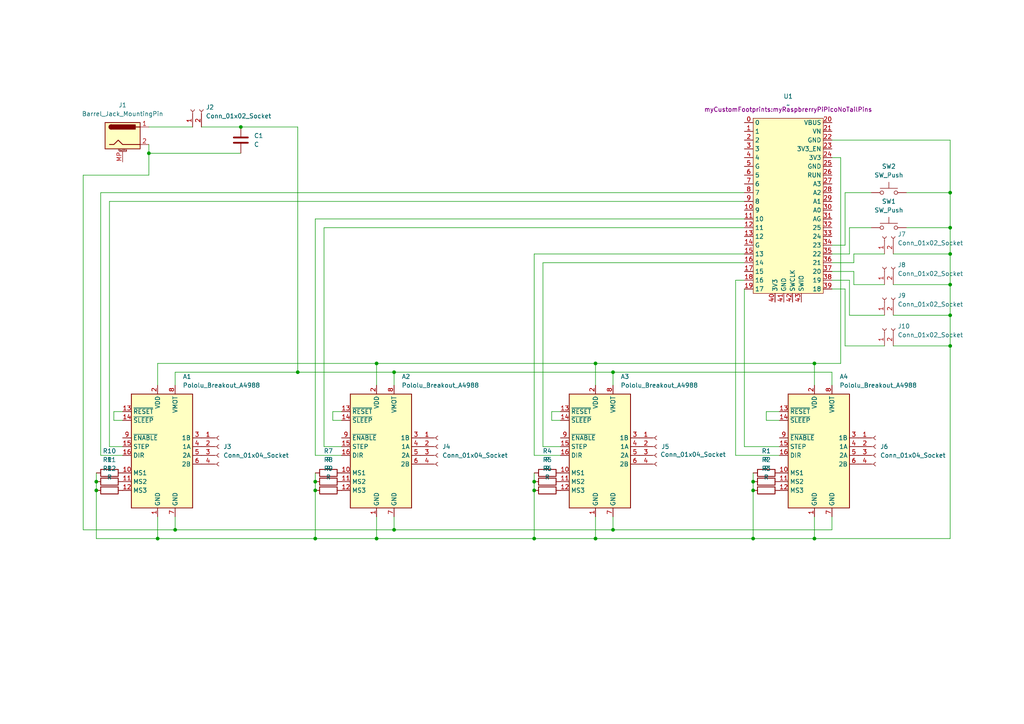
<source format=kicad_sch>
(kicad_sch
	(version 20231120)
	(generator "eeschema")
	(generator_version "8.0")
	(uuid "19a01155-7e7c-428d-b146-8f3c2652d33b")
	(paper "A4")
	(lib_symbols
		(symbol "Connector:Barrel_Jack_MountingPin"
			(pin_names hide)
			(exclude_from_sim no)
			(in_bom yes)
			(on_board yes)
			(property "Reference" "J"
				(at 0 5.334 0)
				(effects
					(font
						(size 1.27 1.27)
					)
				)
			)
			(property "Value" "Barrel_Jack_MountingPin"
				(at 1.27 -6.35 0)
				(effects
					(font
						(size 1.27 1.27)
					)
					(justify left)
				)
			)
			(property "Footprint" ""
				(at 1.27 -1.016 0)
				(effects
					(font
						(size 1.27 1.27)
					)
					(hide yes)
				)
			)
			(property "Datasheet" "~"
				(at 1.27 -1.016 0)
				(effects
					(font
						(size 1.27 1.27)
					)
					(hide yes)
				)
			)
			(property "Description" "DC Barrel Jack with a mounting pin"
				(at 0 0 0)
				(effects
					(font
						(size 1.27 1.27)
					)
					(hide yes)
				)
			)
			(property "ki_keywords" "DC power barrel jack connector"
				(at 0 0 0)
				(effects
					(font
						(size 1.27 1.27)
					)
					(hide yes)
				)
			)
			(property "ki_fp_filters" "BarrelJack*"
				(at 0 0 0)
				(effects
					(font
						(size 1.27 1.27)
					)
					(hide yes)
				)
			)
			(symbol "Barrel_Jack_MountingPin_0_1"
				(rectangle
					(start -5.08 3.81)
					(end 5.08 -3.81)
					(stroke
						(width 0.254)
						(type default)
					)
					(fill
						(type background)
					)
				)
				(arc
					(start -3.302 3.175)
					(mid -3.9343 2.54)
					(end -3.302 1.905)
					(stroke
						(width 0.254)
						(type default)
					)
					(fill
						(type none)
					)
				)
				(arc
					(start -3.302 3.175)
					(mid -3.9343 2.54)
					(end -3.302 1.905)
					(stroke
						(width 0.254)
						(type default)
					)
					(fill
						(type outline)
					)
				)
				(polyline
					(pts
						(xy 5.08 2.54) (xy 3.81 2.54)
					)
					(stroke
						(width 0.254)
						(type default)
					)
					(fill
						(type none)
					)
				)
				(polyline
					(pts
						(xy -3.81 -2.54) (xy -2.54 -2.54) (xy -1.27 -1.27) (xy 0 -2.54) (xy 2.54 -2.54) (xy 5.08 -2.54)
					)
					(stroke
						(width 0.254)
						(type default)
					)
					(fill
						(type none)
					)
				)
				(rectangle
					(start 3.683 3.175)
					(end -3.302 1.905)
					(stroke
						(width 0.254)
						(type default)
					)
					(fill
						(type outline)
					)
				)
			)
			(symbol "Barrel_Jack_MountingPin_1_1"
				(polyline
					(pts
						(xy -1.016 -4.572) (xy 1.016 -4.572)
					)
					(stroke
						(width 0.1524)
						(type default)
					)
					(fill
						(type none)
					)
				)
				(text "Mounting"
					(at 0 -4.191 0)
					(effects
						(font
							(size 0.381 0.381)
						)
					)
				)
				(pin passive line
					(at 7.62 2.54 180)
					(length 2.54)
					(name "~"
						(effects
							(font
								(size 1.27 1.27)
							)
						)
					)
					(number "1"
						(effects
							(font
								(size 1.27 1.27)
							)
						)
					)
				)
				(pin passive line
					(at 7.62 -2.54 180)
					(length 2.54)
					(name "~"
						(effects
							(font
								(size 1.27 1.27)
							)
						)
					)
					(number "2"
						(effects
							(font
								(size 1.27 1.27)
							)
						)
					)
				)
				(pin passive line
					(at 0 -7.62 90)
					(length 3.048)
					(name "MountPin"
						(effects
							(font
								(size 1.27 1.27)
							)
						)
					)
					(number "MP"
						(effects
							(font
								(size 1.27 1.27)
							)
						)
					)
				)
			)
		)
		(symbol "Connector:Conn_01x02_Socket"
			(pin_names
				(offset 1.016) hide)
			(exclude_from_sim no)
			(in_bom yes)
			(on_board yes)
			(property "Reference" "J"
				(at 0 2.54 0)
				(effects
					(font
						(size 1.27 1.27)
					)
				)
			)
			(property "Value" "Conn_01x02_Socket"
				(at 0 -5.08 0)
				(effects
					(font
						(size 1.27 1.27)
					)
				)
			)
			(property "Footprint" ""
				(at 0 0 0)
				(effects
					(font
						(size 1.27 1.27)
					)
					(hide yes)
				)
			)
			(property "Datasheet" "~"
				(at 0 0 0)
				(effects
					(font
						(size 1.27 1.27)
					)
					(hide yes)
				)
			)
			(property "Description" "Generic connector, single row, 01x02, script generated"
				(at 0 0 0)
				(effects
					(font
						(size 1.27 1.27)
					)
					(hide yes)
				)
			)
			(property "ki_locked" ""
				(at 0 0 0)
				(effects
					(font
						(size 1.27 1.27)
					)
				)
			)
			(property "ki_keywords" "connector"
				(at 0 0 0)
				(effects
					(font
						(size 1.27 1.27)
					)
					(hide yes)
				)
			)
			(property "ki_fp_filters" "Connector*:*_1x??_*"
				(at 0 0 0)
				(effects
					(font
						(size 1.27 1.27)
					)
					(hide yes)
				)
			)
			(symbol "Conn_01x02_Socket_1_1"
				(arc
					(start 0 -2.032)
					(mid -0.5058 -2.54)
					(end 0 -3.048)
					(stroke
						(width 0.1524)
						(type default)
					)
					(fill
						(type none)
					)
				)
				(polyline
					(pts
						(xy -1.27 -2.54) (xy -0.508 -2.54)
					)
					(stroke
						(width 0.1524)
						(type default)
					)
					(fill
						(type none)
					)
				)
				(polyline
					(pts
						(xy -1.27 0) (xy -0.508 0)
					)
					(stroke
						(width 0.1524)
						(type default)
					)
					(fill
						(type none)
					)
				)
				(arc
					(start 0 0.508)
					(mid -0.5058 0)
					(end 0 -0.508)
					(stroke
						(width 0.1524)
						(type default)
					)
					(fill
						(type none)
					)
				)
				(pin passive line
					(at -5.08 0 0)
					(length 3.81)
					(name "Pin_1"
						(effects
							(font
								(size 1.27 1.27)
							)
						)
					)
					(number "1"
						(effects
							(font
								(size 1.27 1.27)
							)
						)
					)
				)
				(pin passive line
					(at -5.08 -2.54 0)
					(length 3.81)
					(name "Pin_2"
						(effects
							(font
								(size 1.27 1.27)
							)
						)
					)
					(number "2"
						(effects
							(font
								(size 1.27 1.27)
							)
						)
					)
				)
			)
		)
		(symbol "Connector:Conn_01x04_Socket"
			(pin_names
				(offset 1.016) hide)
			(exclude_from_sim no)
			(in_bom yes)
			(on_board yes)
			(property "Reference" "J"
				(at 0 5.08 0)
				(effects
					(font
						(size 1.27 1.27)
					)
				)
			)
			(property "Value" "Conn_01x04_Socket"
				(at 0 -7.62 0)
				(effects
					(font
						(size 1.27 1.27)
					)
				)
			)
			(property "Footprint" ""
				(at 0 0 0)
				(effects
					(font
						(size 1.27 1.27)
					)
					(hide yes)
				)
			)
			(property "Datasheet" "~"
				(at 0 0 0)
				(effects
					(font
						(size 1.27 1.27)
					)
					(hide yes)
				)
			)
			(property "Description" "Generic connector, single row, 01x04, script generated"
				(at 0 0 0)
				(effects
					(font
						(size 1.27 1.27)
					)
					(hide yes)
				)
			)
			(property "ki_locked" ""
				(at 0 0 0)
				(effects
					(font
						(size 1.27 1.27)
					)
				)
			)
			(property "ki_keywords" "connector"
				(at 0 0 0)
				(effects
					(font
						(size 1.27 1.27)
					)
					(hide yes)
				)
			)
			(property "ki_fp_filters" "Connector*:*_1x??_*"
				(at 0 0 0)
				(effects
					(font
						(size 1.27 1.27)
					)
					(hide yes)
				)
			)
			(symbol "Conn_01x04_Socket_1_1"
				(arc
					(start 0 -4.572)
					(mid -0.5058 -5.08)
					(end 0 -5.588)
					(stroke
						(width 0.1524)
						(type default)
					)
					(fill
						(type none)
					)
				)
				(arc
					(start 0 -2.032)
					(mid -0.5058 -2.54)
					(end 0 -3.048)
					(stroke
						(width 0.1524)
						(type default)
					)
					(fill
						(type none)
					)
				)
				(polyline
					(pts
						(xy -1.27 -5.08) (xy -0.508 -5.08)
					)
					(stroke
						(width 0.1524)
						(type default)
					)
					(fill
						(type none)
					)
				)
				(polyline
					(pts
						(xy -1.27 -2.54) (xy -0.508 -2.54)
					)
					(stroke
						(width 0.1524)
						(type default)
					)
					(fill
						(type none)
					)
				)
				(polyline
					(pts
						(xy -1.27 0) (xy -0.508 0)
					)
					(stroke
						(width 0.1524)
						(type default)
					)
					(fill
						(type none)
					)
				)
				(polyline
					(pts
						(xy -1.27 2.54) (xy -0.508 2.54)
					)
					(stroke
						(width 0.1524)
						(type default)
					)
					(fill
						(type none)
					)
				)
				(arc
					(start 0 0.508)
					(mid -0.5058 0)
					(end 0 -0.508)
					(stroke
						(width 0.1524)
						(type default)
					)
					(fill
						(type none)
					)
				)
				(arc
					(start 0 3.048)
					(mid -0.5058 2.54)
					(end 0 2.032)
					(stroke
						(width 0.1524)
						(type default)
					)
					(fill
						(type none)
					)
				)
				(pin passive line
					(at -5.08 2.54 0)
					(length 3.81)
					(name "Pin_1"
						(effects
							(font
								(size 1.27 1.27)
							)
						)
					)
					(number "1"
						(effects
							(font
								(size 1.27 1.27)
							)
						)
					)
				)
				(pin passive line
					(at -5.08 0 0)
					(length 3.81)
					(name "Pin_2"
						(effects
							(font
								(size 1.27 1.27)
							)
						)
					)
					(number "2"
						(effects
							(font
								(size 1.27 1.27)
							)
						)
					)
				)
				(pin passive line
					(at -5.08 -2.54 0)
					(length 3.81)
					(name "Pin_3"
						(effects
							(font
								(size 1.27 1.27)
							)
						)
					)
					(number "3"
						(effects
							(font
								(size 1.27 1.27)
							)
						)
					)
				)
				(pin passive line
					(at -5.08 -5.08 0)
					(length 3.81)
					(name "Pin_4"
						(effects
							(font
								(size 1.27 1.27)
							)
						)
					)
					(number "4"
						(effects
							(font
								(size 1.27 1.27)
							)
						)
					)
				)
			)
		)
		(symbol "Device:C"
			(pin_numbers hide)
			(pin_names
				(offset 0.254)
			)
			(exclude_from_sim no)
			(in_bom yes)
			(on_board yes)
			(property "Reference" "C"
				(at 0.635 2.54 0)
				(effects
					(font
						(size 1.27 1.27)
					)
					(justify left)
				)
			)
			(property "Value" "C"
				(at 0.635 -2.54 0)
				(effects
					(font
						(size 1.27 1.27)
					)
					(justify left)
				)
			)
			(property "Footprint" ""
				(at 0.9652 -3.81 0)
				(effects
					(font
						(size 1.27 1.27)
					)
					(hide yes)
				)
			)
			(property "Datasheet" "~"
				(at 0 0 0)
				(effects
					(font
						(size 1.27 1.27)
					)
					(hide yes)
				)
			)
			(property "Description" "Unpolarized capacitor"
				(at 0 0 0)
				(effects
					(font
						(size 1.27 1.27)
					)
					(hide yes)
				)
			)
			(property "ki_keywords" "cap capacitor"
				(at 0 0 0)
				(effects
					(font
						(size 1.27 1.27)
					)
					(hide yes)
				)
			)
			(property "ki_fp_filters" "C_*"
				(at 0 0 0)
				(effects
					(font
						(size 1.27 1.27)
					)
					(hide yes)
				)
			)
			(symbol "C_0_1"
				(polyline
					(pts
						(xy -2.032 -0.762) (xy 2.032 -0.762)
					)
					(stroke
						(width 0.508)
						(type default)
					)
					(fill
						(type none)
					)
				)
				(polyline
					(pts
						(xy -2.032 0.762) (xy 2.032 0.762)
					)
					(stroke
						(width 0.508)
						(type default)
					)
					(fill
						(type none)
					)
				)
			)
			(symbol "C_1_1"
				(pin passive line
					(at 0 3.81 270)
					(length 2.794)
					(name "~"
						(effects
							(font
								(size 1.27 1.27)
							)
						)
					)
					(number "1"
						(effects
							(font
								(size 1.27 1.27)
							)
						)
					)
				)
				(pin passive line
					(at 0 -3.81 90)
					(length 2.794)
					(name "~"
						(effects
							(font
								(size 1.27 1.27)
							)
						)
					)
					(number "2"
						(effects
							(font
								(size 1.27 1.27)
							)
						)
					)
				)
			)
		)
		(symbol "Device:R"
			(pin_numbers hide)
			(pin_names
				(offset 0)
			)
			(exclude_from_sim no)
			(in_bom yes)
			(on_board yes)
			(property "Reference" "R"
				(at 2.032 0 90)
				(effects
					(font
						(size 1.27 1.27)
					)
				)
			)
			(property "Value" "R"
				(at 0 0 90)
				(effects
					(font
						(size 1.27 1.27)
					)
				)
			)
			(property "Footprint" ""
				(at -1.778 0 90)
				(effects
					(font
						(size 1.27 1.27)
					)
					(hide yes)
				)
			)
			(property "Datasheet" "~"
				(at 0 0 0)
				(effects
					(font
						(size 1.27 1.27)
					)
					(hide yes)
				)
			)
			(property "Description" "Resistor"
				(at 0 0 0)
				(effects
					(font
						(size 1.27 1.27)
					)
					(hide yes)
				)
			)
			(property "ki_keywords" "R res resistor"
				(at 0 0 0)
				(effects
					(font
						(size 1.27 1.27)
					)
					(hide yes)
				)
			)
			(property "ki_fp_filters" "R_*"
				(at 0 0 0)
				(effects
					(font
						(size 1.27 1.27)
					)
					(hide yes)
				)
			)
			(symbol "R_0_1"
				(rectangle
					(start -1.016 -2.54)
					(end 1.016 2.54)
					(stroke
						(width 0.254)
						(type default)
					)
					(fill
						(type none)
					)
				)
			)
			(symbol "R_1_1"
				(pin passive line
					(at 0 3.81 270)
					(length 1.27)
					(name "~"
						(effects
							(font
								(size 1.27 1.27)
							)
						)
					)
					(number "1"
						(effects
							(font
								(size 1.27 1.27)
							)
						)
					)
				)
				(pin passive line
					(at 0 -3.81 90)
					(length 1.27)
					(name "~"
						(effects
							(font
								(size 1.27 1.27)
							)
						)
					)
					(number "2"
						(effects
							(font
								(size 1.27 1.27)
							)
						)
					)
				)
			)
		)
		(symbol "Driver_Motor:Pololu_Breakout_A4988"
			(exclude_from_sim no)
			(in_bom yes)
			(on_board yes)
			(property "Reference" "A"
				(at -2.54 19.05 0)
				(effects
					(font
						(size 1.27 1.27)
					)
					(justify right)
				)
			)
			(property "Value" "Pololu_Breakout_A4988"
				(at -2.54 16.51 0)
				(effects
					(font
						(size 1.27 1.27)
					)
					(justify right)
				)
			)
			(property "Footprint" "Module:Pololu_Breakout-16_15.2x20.3mm"
				(at 6.985 -19.05 0)
				(effects
					(font
						(size 1.27 1.27)
					)
					(justify left)
					(hide yes)
				)
			)
			(property "Datasheet" "https://www.pololu.com/product/2980/pictures"
				(at 2.54 -7.62 0)
				(effects
					(font
						(size 1.27 1.27)
					)
					(hide yes)
				)
			)
			(property "Description" "Pololu Breakout Board, Stepper Driver A4988"
				(at 0 0 0)
				(effects
					(font
						(size 1.27 1.27)
					)
					(hide yes)
				)
			)
			(property "ki_keywords" "Pololu Breakout Board Stepper Driver A4988"
				(at 0 0 0)
				(effects
					(font
						(size 1.27 1.27)
					)
					(hide yes)
				)
			)
			(property "ki_fp_filters" "Pololu*Breakout*15.2x20.3mm*"
				(at 0 0 0)
				(effects
					(font
						(size 1.27 1.27)
					)
					(hide yes)
				)
			)
			(symbol "Pololu_Breakout_A4988_0_1"
				(rectangle
					(start 10.16 -17.78)
					(end -7.62 15.24)
					(stroke
						(width 0.254)
						(type default)
					)
					(fill
						(type background)
					)
				)
			)
			(symbol "Pololu_Breakout_A4988_1_1"
				(pin power_in line
					(at 0 -20.32 90)
					(length 2.54)
					(name "GND"
						(effects
							(font
								(size 1.27 1.27)
							)
						)
					)
					(number "1"
						(effects
							(font
								(size 1.27 1.27)
							)
						)
					)
				)
				(pin input line
					(at -10.16 -7.62 0)
					(length 2.54)
					(name "MS1"
						(effects
							(font
								(size 1.27 1.27)
							)
						)
					)
					(number "10"
						(effects
							(font
								(size 1.27 1.27)
							)
						)
					)
				)
				(pin input line
					(at -10.16 -10.16 0)
					(length 2.54)
					(name "MS2"
						(effects
							(font
								(size 1.27 1.27)
							)
						)
					)
					(number "11"
						(effects
							(font
								(size 1.27 1.27)
							)
						)
					)
				)
				(pin input line
					(at -10.16 -12.7 0)
					(length 2.54)
					(name "MS3"
						(effects
							(font
								(size 1.27 1.27)
							)
						)
					)
					(number "12"
						(effects
							(font
								(size 1.27 1.27)
							)
						)
					)
				)
				(pin input line
					(at -10.16 10.16 0)
					(length 2.54)
					(name "~{RESET}"
						(effects
							(font
								(size 1.27 1.27)
							)
						)
					)
					(number "13"
						(effects
							(font
								(size 1.27 1.27)
							)
						)
					)
				)
				(pin input line
					(at -10.16 7.62 0)
					(length 2.54)
					(name "~{SLEEP}"
						(effects
							(font
								(size 1.27 1.27)
							)
						)
					)
					(number "14"
						(effects
							(font
								(size 1.27 1.27)
							)
						)
					)
				)
				(pin input line
					(at -10.16 0 0)
					(length 2.54)
					(name "STEP"
						(effects
							(font
								(size 1.27 1.27)
							)
						)
					)
					(number "15"
						(effects
							(font
								(size 1.27 1.27)
							)
						)
					)
				)
				(pin input line
					(at -10.16 -2.54 0)
					(length 2.54)
					(name "DIR"
						(effects
							(font
								(size 1.27 1.27)
							)
						)
					)
					(number "16"
						(effects
							(font
								(size 1.27 1.27)
							)
						)
					)
				)
				(pin power_in line
					(at 0 17.78 270)
					(length 2.54)
					(name "VDD"
						(effects
							(font
								(size 1.27 1.27)
							)
						)
					)
					(number "2"
						(effects
							(font
								(size 1.27 1.27)
							)
						)
					)
				)
				(pin output line
					(at 12.7 2.54 180)
					(length 2.54)
					(name "1B"
						(effects
							(font
								(size 1.27 1.27)
							)
						)
					)
					(number "3"
						(effects
							(font
								(size 1.27 1.27)
							)
						)
					)
				)
				(pin output line
					(at 12.7 0 180)
					(length 2.54)
					(name "1A"
						(effects
							(font
								(size 1.27 1.27)
							)
						)
					)
					(number "4"
						(effects
							(font
								(size 1.27 1.27)
							)
						)
					)
				)
				(pin output line
					(at 12.7 -2.54 180)
					(length 2.54)
					(name "2A"
						(effects
							(font
								(size 1.27 1.27)
							)
						)
					)
					(number "5"
						(effects
							(font
								(size 1.27 1.27)
							)
						)
					)
				)
				(pin output line
					(at 12.7 -5.08 180)
					(length 2.54)
					(name "2B"
						(effects
							(font
								(size 1.27 1.27)
							)
						)
					)
					(number "6"
						(effects
							(font
								(size 1.27 1.27)
							)
						)
					)
				)
				(pin power_in line
					(at 5.08 -20.32 90)
					(length 2.54)
					(name "GND"
						(effects
							(font
								(size 1.27 1.27)
							)
						)
					)
					(number "7"
						(effects
							(font
								(size 1.27 1.27)
							)
						)
					)
				)
				(pin power_in line
					(at 5.08 17.78 270)
					(length 2.54)
					(name "VMOT"
						(effects
							(font
								(size 1.27 1.27)
							)
						)
					)
					(number "8"
						(effects
							(font
								(size 1.27 1.27)
							)
						)
					)
				)
				(pin input line
					(at -10.16 2.54 0)
					(length 2.54)
					(name "~{ENABLE}"
						(effects
							(font
								(size 1.27 1.27)
							)
						)
					)
					(number "9"
						(effects
							(font
								(size 1.27 1.27)
							)
						)
					)
				)
			)
		)
		(symbol "Switch:SW_Push"
			(pin_numbers hide)
			(pin_names
				(offset 1.016) hide)
			(exclude_from_sim no)
			(in_bom yes)
			(on_board yes)
			(property "Reference" "SW"
				(at 1.27 2.54 0)
				(effects
					(font
						(size 1.27 1.27)
					)
					(justify left)
				)
			)
			(property "Value" "SW_Push"
				(at 0 -1.524 0)
				(effects
					(font
						(size 1.27 1.27)
					)
				)
			)
			(property "Footprint" ""
				(at 0 5.08 0)
				(effects
					(font
						(size 1.27 1.27)
					)
					(hide yes)
				)
			)
			(property "Datasheet" "~"
				(at 0 5.08 0)
				(effects
					(font
						(size 1.27 1.27)
					)
					(hide yes)
				)
			)
			(property "Description" "Push button switch, generic, two pins"
				(at 0 0 0)
				(effects
					(font
						(size 1.27 1.27)
					)
					(hide yes)
				)
			)
			(property "ki_keywords" "switch normally-open pushbutton push-button"
				(at 0 0 0)
				(effects
					(font
						(size 1.27 1.27)
					)
					(hide yes)
				)
			)
			(symbol "SW_Push_0_1"
				(circle
					(center -2.032 0)
					(radius 0.508)
					(stroke
						(width 0)
						(type default)
					)
					(fill
						(type none)
					)
				)
				(polyline
					(pts
						(xy 0 1.27) (xy 0 3.048)
					)
					(stroke
						(width 0)
						(type default)
					)
					(fill
						(type none)
					)
				)
				(polyline
					(pts
						(xy 2.54 1.27) (xy -2.54 1.27)
					)
					(stroke
						(width 0)
						(type default)
					)
					(fill
						(type none)
					)
				)
				(circle
					(center 2.032 0)
					(radius 0.508)
					(stroke
						(width 0)
						(type default)
					)
					(fill
						(type none)
					)
				)
				(pin passive line
					(at -5.08 0 0)
					(length 2.54)
					(name "1"
						(effects
							(font
								(size 1.27 1.27)
							)
						)
					)
					(number "1"
						(effects
							(font
								(size 1.27 1.27)
							)
						)
					)
				)
				(pin passive line
					(at 5.08 0 180)
					(length 2.54)
					(name "2"
						(effects
							(font
								(size 1.27 1.27)
							)
						)
					)
					(number "2"
						(effects
							(font
								(size 1.27 1.27)
							)
						)
					)
				)
			)
		)
		(symbol "myRaspberryPiPico:RaspberryPiPico"
			(exclude_from_sim no)
			(in_bom yes)
			(on_board yes)
			(property "Reference" "U"
				(at 0 26.924 0)
				(effects
					(font
						(size 1.27 1.27)
					)
				)
			)
			(property "Value" ""
				(at 0 19.05 0)
				(effects
					(font
						(size 1.27 1.27)
					)
				)
			)
			(property "Footprint" "myCustomFootprints:myRaspberryPi"
				(at -0.254 30.226 0)
				(effects
					(font
						(size 1.27 1.27)
					)
				)
			)
			(property "Datasheet" ""
				(at 0 19.05 0)
				(effects
					(font
						(size 1.27 1.27)
					)
					(hide yes)
				)
			)
			(property "Description" ""
				(at 0 19.05 0)
				(effects
					(font
						(size 1.27 1.27)
					)
					(hide yes)
				)
			)
			(property "ki_keywords" "microcontroller"
				(at 0 0 0)
				(effects
					(font
						(size 1.27 1.27)
					)
					(hide yes)
				)
			)
			(symbol "RaspberryPiPico_1_1"
				(rectangle
					(start -10.16 25.4)
					(end 10.16 -25.4)
					(stroke
						(width 0)
						(type default)
					)
					(fill
						(type background)
					)
				)
				(pin bidirectional line
					(at -12.7 24.13 0)
					(length 2.54)
					(name "0"
						(effects
							(font
								(size 1.27 1.27)
							)
						)
					)
					(number "0"
						(effects
							(font
								(size 1.27 1.27)
							)
						)
					)
				)
				(pin bidirectional line
					(at -12.7 21.59 0)
					(length 2.54)
					(name "1"
						(effects
							(font
								(size 1.27 1.27)
							)
						)
					)
					(number "1"
						(effects
							(font
								(size 1.27 1.27)
							)
						)
					)
				)
				(pin bidirectional line
					(at -12.7 -1.27 0)
					(length 2.54)
					(name "9"
						(effects
							(font
								(size 1.27 1.27)
							)
						)
					)
					(number "10"
						(effects
							(font
								(size 1.27 1.27)
							)
						)
					)
				)
				(pin bidirectional line
					(at -12.7 -3.81 0)
					(length 2.54)
					(name "10"
						(effects
							(font
								(size 1.27 1.27)
							)
						)
					)
					(number "11"
						(effects
							(font
								(size 1.27 1.27)
							)
						)
					)
				)
				(pin bidirectional line
					(at -12.7 -6.35 0)
					(length 2.54)
					(name "11"
						(effects
							(font
								(size 1.27 1.27)
							)
						)
					)
					(number "12"
						(effects
							(font
								(size 1.27 1.27)
							)
						)
					)
				)
				(pin bidirectional line
					(at -12.7 -8.89 0)
					(length 2.54)
					(name "12"
						(effects
							(font
								(size 1.27 1.27)
							)
						)
					)
					(number "13"
						(effects
							(font
								(size 1.27 1.27)
							)
						)
					)
				)
				(pin bidirectional line
					(at -12.7 -11.43 0)
					(length 2.54)
					(name "G"
						(effects
							(font
								(size 1.27 1.27)
							)
						)
					)
					(number "14"
						(effects
							(font
								(size 1.27 1.27)
							)
						)
					)
				)
				(pin bidirectional line
					(at -12.7 -13.97 0)
					(length 2.54)
					(name "13"
						(effects
							(font
								(size 1.27 1.27)
							)
						)
					)
					(number "15"
						(effects
							(font
								(size 1.27 1.27)
							)
						)
					)
				)
				(pin bidirectional line
					(at -12.7 -16.51 0)
					(length 2.54)
					(name "14"
						(effects
							(font
								(size 1.27 1.27)
							)
						)
					)
					(number "16"
						(effects
							(font
								(size 1.27 1.27)
							)
						)
					)
				)
				(pin bidirectional line
					(at -12.7 -19.05 0)
					(length 2.54)
					(name "15"
						(effects
							(font
								(size 1.27 1.27)
							)
						)
					)
					(number "17"
						(effects
							(font
								(size 1.27 1.27)
							)
						)
					)
				)
				(pin bidirectional line
					(at -12.7 -21.59 0)
					(length 2.54)
					(name "16"
						(effects
							(font
								(size 1.27 1.27)
							)
						)
					)
					(number "18"
						(effects
							(font
								(size 1.27 1.27)
							)
						)
					)
				)
				(pin bidirectional line
					(at -12.7 -24.13 0)
					(length 2.54)
					(name "17"
						(effects
							(font
								(size 1.27 1.27)
							)
						)
					)
					(number "19"
						(effects
							(font
								(size 1.27 1.27)
							)
						)
					)
				)
				(pin bidirectional line
					(at -12.7 19.05 0)
					(length 2.54)
					(name "2"
						(effects
							(font
								(size 1.27 1.27)
							)
						)
					)
					(number "2"
						(effects
							(font
								(size 1.27 1.27)
							)
						)
					)
				)
				(pin bidirectional line
					(at 12.7 24.13 180)
					(length 2.54)
					(name "VBUS"
						(effects
							(font
								(size 1.27 1.27)
							)
						)
					)
					(number "20"
						(effects
							(font
								(size 1.27 1.27)
							)
						)
					)
				)
				(pin bidirectional line
					(at 12.7 21.59 180)
					(length 2.54)
					(name "VN"
						(effects
							(font
								(size 1.27 1.27)
							)
						)
					)
					(number "21"
						(effects
							(font
								(size 1.27 1.27)
							)
						)
					)
				)
				(pin bidirectional line
					(at 12.7 19.05 180)
					(length 2.54)
					(name "GND"
						(effects
							(font
								(size 1.27 1.27)
							)
						)
					)
					(number "22"
						(effects
							(font
								(size 1.27 1.27)
							)
						)
					)
				)
				(pin bidirectional line
					(at 12.7 16.51 180)
					(length 2.54)
					(name "3V3_EN"
						(effects
							(font
								(size 1.27 1.27)
							)
						)
					)
					(number "23"
						(effects
							(font
								(size 1.27 1.27)
							)
						)
					)
				)
				(pin bidirectional line
					(at 12.7 13.97 180)
					(length 2.54)
					(name "3V3"
						(effects
							(font
								(size 1.27 1.27)
							)
						)
					)
					(number "24"
						(effects
							(font
								(size 1.27 1.27)
							)
						)
					)
				)
				(pin bidirectional line
					(at 12.7 11.43 180)
					(length 2.54)
					(name "GND"
						(effects
							(font
								(size 1.27 1.27)
							)
						)
					)
					(number "25"
						(effects
							(font
								(size 1.27 1.27)
							)
						)
					)
				)
				(pin bidirectional line
					(at 12.7 8.89 180)
					(length 2.54)
					(name "RUN"
						(effects
							(font
								(size 1.27 1.27)
							)
						)
					)
					(number "26"
						(effects
							(font
								(size 1.27 1.27)
							)
						)
					)
				)
				(pin bidirectional line
					(at 12.7 6.35 180)
					(length 2.54)
					(name "A3"
						(effects
							(font
								(size 1.27 1.27)
							)
						)
					)
					(number "27"
						(effects
							(font
								(size 1.27 1.27)
							)
						)
					)
				)
				(pin bidirectional line
					(at 12.7 3.81 180)
					(length 2.54)
					(name "A2"
						(effects
							(font
								(size 1.27 1.27)
							)
						)
					)
					(number "28"
						(effects
							(font
								(size 1.27 1.27)
							)
						)
					)
				)
				(pin bidirectional line
					(at 12.7 1.27 180)
					(length 2.54)
					(name "A1"
						(effects
							(font
								(size 1.27 1.27)
							)
						)
					)
					(number "29"
						(effects
							(font
								(size 1.27 1.27)
							)
						)
					)
				)
				(pin bidirectional line
					(at -12.7 16.51 0)
					(length 2.54)
					(name "3"
						(effects
							(font
								(size 1.27 1.27)
							)
						)
					)
					(number "3"
						(effects
							(font
								(size 1.27 1.27)
							)
						)
					)
				)
				(pin bidirectional line
					(at 12.7 -1.27 180)
					(length 2.54)
					(name "A0"
						(effects
							(font
								(size 1.27 1.27)
							)
						)
					)
					(number "30"
						(effects
							(font
								(size 1.27 1.27)
							)
						)
					)
				)
				(pin bidirectional line
					(at 12.7 -3.81 180)
					(length 2.54)
					(name "AG"
						(effects
							(font
								(size 1.27 1.27)
							)
						)
					)
					(number "31"
						(effects
							(font
								(size 1.27 1.27)
							)
						)
					)
				)
				(pin bidirectional line
					(at 12.7 -6.35 180)
					(length 2.54)
					(name "25"
						(effects
							(font
								(size 1.27 1.27)
							)
						)
					)
					(number "32"
						(effects
							(font
								(size 1.27 1.27)
							)
						)
					)
				)
				(pin bidirectional line
					(at 12.7 -8.89 180)
					(length 2.54)
					(name "24"
						(effects
							(font
								(size 1.27 1.27)
							)
						)
					)
					(number "33"
						(effects
							(font
								(size 1.27 1.27)
							)
						)
					)
				)
				(pin bidirectional line
					(at 12.7 -11.43 180)
					(length 2.54)
					(name "23"
						(effects
							(font
								(size 1.27 1.27)
							)
						)
					)
					(number "34"
						(effects
							(font
								(size 1.27 1.27)
							)
						)
					)
				)
				(pin bidirectional line
					(at 12.7 -13.97 180)
					(length 2.54)
					(name "22"
						(effects
							(font
								(size 1.27 1.27)
							)
						)
					)
					(number "35"
						(effects
							(font
								(size 1.27 1.27)
							)
						)
					)
				)
				(pin bidirectional line
					(at 12.7 -16.51 180)
					(length 2.54)
					(name "21"
						(effects
							(font
								(size 1.27 1.27)
							)
						)
					)
					(number "36"
						(effects
							(font
								(size 1.27 1.27)
							)
						)
					)
				)
				(pin bidirectional line
					(at 12.7 -19.05 180)
					(length 2.54)
					(name "20"
						(effects
							(font
								(size 1.27 1.27)
							)
						)
					)
					(number "37"
						(effects
							(font
								(size 1.27 1.27)
							)
						)
					)
				)
				(pin bidirectional line
					(at 12.7 -21.59 180)
					(length 2.54)
					(name "19"
						(effects
							(font
								(size 1.27 1.27)
							)
						)
					)
					(number "38"
						(effects
							(font
								(size 1.27 1.27)
							)
						)
					)
				)
				(pin bidirectional line
					(at 12.7 -24.13 180)
					(length 2.54)
					(name "18"
						(effects
							(font
								(size 1.27 1.27)
							)
						)
					)
					(number "39"
						(effects
							(font
								(size 1.27 1.27)
							)
						)
					)
				)
				(pin bidirectional line
					(at -12.7 13.97 0)
					(length 2.54)
					(name "4"
						(effects
							(font
								(size 1.27 1.27)
							)
						)
					)
					(number "4"
						(effects
							(font
								(size 1.27 1.27)
							)
						)
					)
				)
				(pin bidirectional line
					(at -3.81 -27.94 90)
					(length 2.54)
					(name "3V3"
						(effects
							(font
								(size 1.27 1.27)
							)
						)
					)
					(number "40"
						(effects
							(font
								(size 1.27 1.27)
							)
						)
					)
				)
				(pin bidirectional line
					(at -1.27 -27.94 90)
					(length 2.54)
					(name "GND"
						(effects
							(font
								(size 1.27 1.27)
							)
						)
					)
					(number "41"
						(effects
							(font
								(size 1.27 1.27)
							)
						)
					)
				)
				(pin bidirectional line
					(at 1.27 -27.94 90)
					(length 2.54)
					(name "SWCLK"
						(effects
							(font
								(size 1.27 1.27)
							)
						)
					)
					(number "42"
						(effects
							(font
								(size 1.27 1.27)
							)
						)
					)
				)
				(pin bidirectional line
					(at 3.81 -27.94 90)
					(length 2.54)
					(name "SWIO"
						(effects
							(font
								(size 1.27 1.27)
							)
						)
					)
					(number "43"
						(effects
							(font
								(size 1.27 1.27)
							)
						)
					)
				)
				(pin bidirectional line
					(at -12.7 11.43 0)
					(length 2.54)
					(name "G"
						(effects
							(font
								(size 1.27 1.27)
							)
						)
					)
					(number "5"
						(effects
							(font
								(size 1.27 1.27)
							)
						)
					)
				)
				(pin bidirectional line
					(at -12.7 8.89 0)
					(length 2.54)
					(name "5"
						(effects
							(font
								(size 1.27 1.27)
							)
						)
					)
					(number "6"
						(effects
							(font
								(size 1.27 1.27)
							)
						)
					)
				)
				(pin bidirectional line
					(at -12.7 6.35 0)
					(length 2.54)
					(name "6"
						(effects
							(font
								(size 1.27 1.27)
							)
						)
					)
					(number "7"
						(effects
							(font
								(size 1.27 1.27)
							)
						)
					)
				)
				(pin bidirectional line
					(at -12.7 3.81 0)
					(length 2.54)
					(name "7"
						(effects
							(font
								(size 1.27 1.27)
							)
						)
					)
					(number "8"
						(effects
							(font
								(size 1.27 1.27)
							)
						)
					)
				)
				(pin bidirectional line
					(at -12.7 1.27 0)
					(length 2.54)
					(name "8"
						(effects
							(font
								(size 1.27 1.27)
							)
						)
					)
					(number "9"
						(effects
							(font
								(size 1.27 1.27)
							)
						)
					)
				)
			)
		)
	)
	(junction
		(at 236.22 105.41)
		(diameter 0)
		(color 0 0 0 0)
		(uuid "0b40dcd6-8ab7-44ac-b83d-8094b3bf4751")
	)
	(junction
		(at 69.85 36.83)
		(diameter 0)
		(color 0 0 0 0)
		(uuid "2217e5d6-4bc5-4477-a3a9-268c0b7df683")
	)
	(junction
		(at 275.59 66.04)
		(diameter 0)
		(color 0 0 0 0)
		(uuid "2603d3a2-dc76-43c8-ac24-22398dfbf908")
	)
	(junction
		(at 43.18 44.45)
		(diameter 0)
		(color 0 0 0 0)
		(uuid "28ef7a3c-5bbb-48b5-8cec-63bbe751dbe7")
	)
	(junction
		(at 275.59 55.88)
		(diameter 0)
		(color 0 0 0 0)
		(uuid "331f1534-f038-4f39-8249-acaf0388e8f3")
	)
	(junction
		(at 114.3 153.67)
		(diameter 0)
		(color 0 0 0 0)
		(uuid "344be9e2-8b71-48d5-a4a0-325dfdf24e3a")
	)
	(junction
		(at 154.94 139.7)
		(diameter 0)
		(color 0 0 0 0)
		(uuid "41406215-0140-415c-8c21-39d8849957c1")
	)
	(junction
		(at 218.44 142.24)
		(diameter 0)
		(color 0 0 0 0)
		(uuid "4876fa83-2404-44c0-98e0-99f4aff630f2")
	)
	(junction
		(at 86.36 107.95)
		(diameter 0)
		(color 0 0 0 0)
		(uuid "4c958832-b5fc-4ae3-8dbc-ba71bd029e97")
	)
	(junction
		(at 177.8 107.95)
		(diameter 0)
		(color 0 0 0 0)
		(uuid "4f09ffea-9f92-4408-9cf7-e8703ff2de9e")
	)
	(junction
		(at 172.72 156.21)
		(diameter 0)
		(color 0 0 0 0)
		(uuid "517b6973-d3a2-45b8-920d-e3b325740e0f")
	)
	(junction
		(at 275.59 82.55)
		(diameter 0)
		(color 0 0 0 0)
		(uuid "547ab751-56d2-4f02-9ae0-bb06862fa29a")
	)
	(junction
		(at 177.8 153.67)
		(diameter 0)
		(color 0 0 0 0)
		(uuid "5811f58c-14c7-435c-93f6-193a1426e03c")
	)
	(junction
		(at 109.22 105.41)
		(diameter 0)
		(color 0 0 0 0)
		(uuid "6e8862e4-e21c-4fc9-a851-d82749f5ce56")
	)
	(junction
		(at 218.44 139.7)
		(diameter 0)
		(color 0 0 0 0)
		(uuid "84264e66-a284-4062-8f70-55d00d20f757")
	)
	(junction
		(at 114.3 107.95)
		(diameter 0)
		(color 0 0 0 0)
		(uuid "89b27a67-4961-4216-9fef-30d502a5999d")
	)
	(junction
		(at 218.44 156.21)
		(diameter 0)
		(color 0 0 0 0)
		(uuid "8b823e6c-8922-42a6-b193-2cb3042a221d")
	)
	(junction
		(at 50.8 153.67)
		(diameter 0)
		(color 0 0 0 0)
		(uuid "9d11512e-3540-4b44-ad2b-f98d13a615dd")
	)
	(junction
		(at 45.72 156.21)
		(diameter 0)
		(color 0 0 0 0)
		(uuid "9fd55b6b-046c-488a-adef-b9d27adf747c")
	)
	(junction
		(at 91.44 142.24)
		(diameter 0)
		(color 0 0 0 0)
		(uuid "a76a55b2-3707-410b-8630-07645cb326ac")
	)
	(junction
		(at 172.72 105.41)
		(diameter 0)
		(color 0 0 0 0)
		(uuid "ac10b968-e8ee-4933-b484-341f87378940")
	)
	(junction
		(at 275.59 91.44)
		(diameter 0)
		(color 0 0 0 0)
		(uuid "ac591c27-1870-42fe-8ad5-b198953ec3e5")
	)
	(junction
		(at 91.44 139.7)
		(diameter 0)
		(color 0 0 0 0)
		(uuid "bddfba97-458e-4f1f-b608-a998dc2be5fc")
	)
	(junction
		(at 91.44 156.21)
		(diameter 0)
		(color 0 0 0 0)
		(uuid "d43892aa-cbbf-468a-a11b-72c5ee066ac4")
	)
	(junction
		(at 236.22 156.21)
		(diameter 0)
		(color 0 0 0 0)
		(uuid "e04cf96c-0af1-4377-acc3-f4ed4bdea0c7")
	)
	(junction
		(at 27.94 142.24)
		(diameter 0)
		(color 0 0 0 0)
		(uuid "e073e6b1-ce05-4f5d-a03a-3184bdf50c32")
	)
	(junction
		(at 154.94 156.21)
		(diameter 0)
		(color 0 0 0 0)
		(uuid "e0a1f71b-c53b-4573-a3d1-132accb45122")
	)
	(junction
		(at 27.94 139.7)
		(diameter 0)
		(color 0 0 0 0)
		(uuid "eab3b05b-1a70-4764-9511-8d6a825756c8")
	)
	(junction
		(at 109.22 156.21)
		(diameter 0)
		(color 0 0 0 0)
		(uuid "ebe6c589-436e-4226-b924-27530006da27")
	)
	(junction
		(at 154.94 142.24)
		(diameter 0)
		(color 0 0 0 0)
		(uuid "ec0b4360-cd8d-4f33-8335-93a52dd646a6")
	)
	(junction
		(at 275.59 100.33)
		(diameter 0)
		(color 0 0 0 0)
		(uuid "eed9746a-8458-41fc-9ddd-dfbf8a9f5547")
	)
	(junction
		(at 275.59 73.66)
		(diameter 0)
		(color 0 0 0 0)
		(uuid "f5a79039-5986-4304-9750-71edfe8ea4ef")
	)
	(wire
		(pts
			(xy 241.3 83.82) (xy 245.11 83.82)
		)
		(stroke
			(width 0)
			(type default)
		)
		(uuid "045f92b5-b077-4d06-83ff-9158a4ae0384")
	)
	(wire
		(pts
			(xy 93.98 66.04) (xy 215.9 66.04)
		)
		(stroke
			(width 0)
			(type default)
		)
		(uuid "0b524805-cb4a-48c2-8c92-1b39b56ff121")
	)
	(wire
		(pts
			(xy 275.59 40.64) (xy 241.3 40.64)
		)
		(stroke
			(width 0)
			(type default)
		)
		(uuid "0c60f39f-2da8-408f-9fda-43c3dd8441bb")
	)
	(wire
		(pts
			(xy 172.72 149.86) (xy 172.72 156.21)
		)
		(stroke
			(width 0)
			(type default)
		)
		(uuid "11808119-f941-4f58-96df-df54a52116d0")
	)
	(wire
		(pts
			(xy 43.18 41.91) (xy 43.18 44.45)
		)
		(stroke
			(width 0)
			(type default)
		)
		(uuid "137b3590-741d-4bdb-8193-f365a8cfd5db")
	)
	(wire
		(pts
			(xy 245.11 55.88) (xy 252.73 55.88)
		)
		(stroke
			(width 0)
			(type default)
		)
		(uuid "14ca067b-2f30-41a8-a288-ca74eeb6f1e1")
	)
	(wire
		(pts
			(xy 246.38 81.28) (xy 246.38 91.44)
		)
		(stroke
			(width 0)
			(type default)
		)
		(uuid "16400cd8-c95e-466a-be08-29c4fa930b98")
	)
	(wire
		(pts
			(xy 213.36 81.28) (xy 215.9 81.28)
		)
		(stroke
			(width 0)
			(type default)
		)
		(uuid "1b376226-e0cb-47cd-bc67-38ef683eba38")
	)
	(wire
		(pts
			(xy 218.44 137.16) (xy 218.44 139.7)
		)
		(stroke
			(width 0)
			(type default)
		)
		(uuid "1b51f9c5-a003-48b1-9370-0353163fda8f")
	)
	(wire
		(pts
			(xy 50.8 153.67) (xy 24.13 153.67)
		)
		(stroke
			(width 0)
			(type default)
		)
		(uuid "1d5bb90d-24cc-4711-88de-da087409d333")
	)
	(wire
		(pts
			(xy 259.08 100.33) (xy 275.59 100.33)
		)
		(stroke
			(width 0)
			(type default)
		)
		(uuid "1e695ba8-cad9-40ec-9a13-1a5be20a3989")
	)
	(wire
		(pts
			(xy 35.56 129.54) (xy 31.75 129.54)
		)
		(stroke
			(width 0)
			(type default)
		)
		(uuid "1edbbb00-49f9-4d87-8fff-1da0f9f42137")
	)
	(wire
		(pts
			(xy 35.56 121.92) (xy 33.02 121.92)
		)
		(stroke
			(width 0)
			(type default)
		)
		(uuid "1f16e928-b9d5-49b7-b224-d2edbef32f83")
	)
	(wire
		(pts
			(xy 245.11 100.33) (xy 256.54 100.33)
		)
		(stroke
			(width 0)
			(type default)
		)
		(uuid "205212bd-2b57-4438-9deb-29109d31f8a7")
	)
	(wire
		(pts
			(xy 160.02 121.92) (xy 160.02 119.38)
		)
		(stroke
			(width 0)
			(type default)
		)
		(uuid "212613ec-8c6e-447a-9de7-9cf585ab6faa")
	)
	(wire
		(pts
			(xy 43.18 44.45) (xy 69.85 44.45)
		)
		(stroke
			(width 0)
			(type default)
		)
		(uuid "22eb8500-542d-487d-a2a7-3830597c7f95")
	)
	(wire
		(pts
			(xy 241.3 73.66) (xy 246.38 73.66)
		)
		(stroke
			(width 0)
			(type default)
		)
		(uuid "24fabb45-8e75-4f29-aa7c-3010049146ac")
	)
	(wire
		(pts
			(xy 246.38 66.04) (xy 252.73 66.04)
		)
		(stroke
			(width 0)
			(type default)
		)
		(uuid "2871b92d-7e5f-4e1e-8313-fbec527a31d0")
	)
	(wire
		(pts
			(xy 91.44 156.21) (xy 45.72 156.21)
		)
		(stroke
			(width 0)
			(type default)
		)
		(uuid "291af16c-5ad0-4b4c-9b0a-c39a5f2fd392")
	)
	(wire
		(pts
			(xy 43.18 36.83) (xy 55.88 36.83)
		)
		(stroke
			(width 0)
			(type default)
		)
		(uuid "2c4a2e5a-19ef-4643-9c58-862df5d179a8")
	)
	(wire
		(pts
			(xy 243.84 45.72) (xy 243.84 105.41)
		)
		(stroke
			(width 0)
			(type default)
		)
		(uuid "2f7134e5-82a2-472c-a140-d01541a2c6ae")
	)
	(wire
		(pts
			(xy 160.02 119.38) (xy 162.56 119.38)
		)
		(stroke
			(width 0)
			(type default)
		)
		(uuid "3198770e-a730-4d77-aeca-4d51081339ab")
	)
	(wire
		(pts
			(xy 218.44 156.21) (xy 172.72 156.21)
		)
		(stroke
			(width 0)
			(type default)
		)
		(uuid "3314c496-e3a6-4de0-a877-13a1819d7941")
	)
	(wire
		(pts
			(xy 114.3 153.67) (xy 114.3 149.86)
		)
		(stroke
			(width 0)
			(type default)
		)
		(uuid "33f115b2-040b-4e5a-a6a5-fcea75cc5f0b")
	)
	(wire
		(pts
			(xy 162.56 132.08) (xy 154.94 132.08)
		)
		(stroke
			(width 0)
			(type default)
		)
		(uuid "33f12786-4656-430e-a84d-3879e2b5665e")
	)
	(wire
		(pts
			(xy 236.22 156.21) (xy 275.59 156.21)
		)
		(stroke
			(width 0)
			(type default)
		)
		(uuid "37be197b-9424-4211-ae94-279e90b72d1f")
	)
	(wire
		(pts
			(xy 93.98 129.54) (xy 93.98 66.04)
		)
		(stroke
			(width 0)
			(type default)
		)
		(uuid "386dfe18-a406-4a35-bf0d-bc301cff08ad")
	)
	(wire
		(pts
			(xy 247.65 76.2) (xy 247.65 73.66)
		)
		(stroke
			(width 0)
			(type default)
		)
		(uuid "3b1026a0-546f-40e0-a09b-13eb1de2748d")
	)
	(wire
		(pts
			(xy 154.94 137.16) (xy 154.94 139.7)
		)
		(stroke
			(width 0)
			(type default)
		)
		(uuid "3c1597d2-4095-426c-bf81-110b737f21c1")
	)
	(wire
		(pts
			(xy 114.3 107.95) (xy 114.3 111.76)
		)
		(stroke
			(width 0)
			(type default)
		)
		(uuid "3c5d5e8e-5b79-4edd-95f2-926a6d18a684")
	)
	(wire
		(pts
			(xy 29.21 55.88) (xy 215.9 55.88)
		)
		(stroke
			(width 0)
			(type default)
		)
		(uuid "3e76ee06-ae58-4670-aa9d-b3a91cb17039")
	)
	(wire
		(pts
			(xy 33.02 119.38) (xy 35.56 119.38)
		)
		(stroke
			(width 0)
			(type default)
		)
		(uuid "3f05dadb-e600-4b4e-bfb3-b703ff6c4738")
	)
	(wire
		(pts
			(xy 172.72 105.41) (xy 172.72 111.76)
		)
		(stroke
			(width 0)
			(type default)
		)
		(uuid "3fae3af5-5ad9-450a-ae94-1d06138d39cd")
	)
	(wire
		(pts
			(xy 109.22 156.21) (xy 109.22 149.86)
		)
		(stroke
			(width 0)
			(type default)
		)
		(uuid "3ff4b40d-fec6-4146-927a-bd82b67e42b4")
	)
	(wire
		(pts
			(xy 246.38 73.66) (xy 246.38 66.04)
		)
		(stroke
			(width 0)
			(type default)
		)
		(uuid "41fcb430-77e6-4c8b-88f6-5c341a46c4c8")
	)
	(wire
		(pts
			(xy 215.9 129.54) (xy 215.9 83.82)
		)
		(stroke
			(width 0)
			(type default)
		)
		(uuid "4890f01c-5cfd-4091-bf34-6df47336ecc9")
	)
	(wire
		(pts
			(xy 43.18 44.45) (xy 43.18 50.8)
		)
		(stroke
			(width 0)
			(type default)
		)
		(uuid "48e02089-38ca-4ad9-8937-95c4362e80de")
	)
	(wire
		(pts
			(xy 236.22 156.21) (xy 218.44 156.21)
		)
		(stroke
			(width 0)
			(type default)
		)
		(uuid "4ced714e-af5f-4a31-9e31-990dc4bce231")
	)
	(wire
		(pts
			(xy 177.8 153.67) (xy 241.3 153.67)
		)
		(stroke
			(width 0)
			(type default)
		)
		(uuid "4f94b16f-5593-4203-8ea8-edbbf9095edf")
	)
	(wire
		(pts
			(xy 241.3 76.2) (xy 247.65 76.2)
		)
		(stroke
			(width 0)
			(type default)
		)
		(uuid "50ec7bc6-9fa5-496c-95cb-ddf05a850a35")
	)
	(wire
		(pts
			(xy 213.36 132.08) (xy 213.36 81.28)
		)
		(stroke
			(width 0)
			(type default)
		)
		(uuid "5174e86b-54e9-4c3b-93e2-bce3c15ef5f5")
	)
	(wire
		(pts
			(xy 275.59 100.33) (xy 275.59 91.44)
		)
		(stroke
			(width 0)
			(type default)
		)
		(uuid "52237b84-8e07-4206-865f-3e3ea7be7d32")
	)
	(wire
		(pts
			(xy 91.44 63.5) (xy 215.9 63.5)
		)
		(stroke
			(width 0)
			(type default)
		)
		(uuid "52a3a97d-4105-4edd-8d89-a806675fb771")
	)
	(wire
		(pts
			(xy 91.44 132.08) (xy 91.44 63.5)
		)
		(stroke
			(width 0)
			(type default)
		)
		(uuid "5332fa6e-5b76-4bb8-b155-e3506d00b313")
	)
	(wire
		(pts
			(xy 241.3 107.95) (xy 241.3 111.76)
		)
		(stroke
			(width 0)
			(type default)
		)
		(uuid "533e346b-557e-4e57-a1c3-aff7aa45609e")
	)
	(wire
		(pts
			(xy 114.3 107.95) (xy 177.8 107.95)
		)
		(stroke
			(width 0)
			(type default)
		)
		(uuid "534d8811-0437-48f7-b2ea-9cb84973c7df")
	)
	(wire
		(pts
			(xy 246.38 91.44) (xy 256.54 91.44)
		)
		(stroke
			(width 0)
			(type default)
		)
		(uuid "552cdab6-a4f9-48da-820f-8f6515fe46d9")
	)
	(wire
		(pts
			(xy 241.3 45.72) (xy 243.84 45.72)
		)
		(stroke
			(width 0)
			(type default)
		)
		(uuid "552d69b2-51a5-4988-8332-3362ec785ade")
	)
	(wire
		(pts
			(xy 31.75 58.42) (xy 215.9 58.42)
		)
		(stroke
			(width 0)
			(type default)
		)
		(uuid "595b1260-c0a9-4625-be05-491090c58be6")
	)
	(wire
		(pts
			(xy 241.3 153.67) (xy 241.3 149.86)
		)
		(stroke
			(width 0)
			(type default)
		)
		(uuid "5f3dc2c8-29c3-412c-8461-9fe92372c31f")
	)
	(wire
		(pts
			(xy 86.36 107.95) (xy 114.3 107.95)
		)
		(stroke
			(width 0)
			(type default)
		)
		(uuid "60297f5a-3adf-4fa7-ac57-6be9b78dca87")
	)
	(wire
		(pts
			(xy 58.42 36.83) (xy 69.85 36.83)
		)
		(stroke
			(width 0)
			(type default)
		)
		(uuid "605ec686-abe3-4f78-9c8b-e0c95cc47419")
	)
	(wire
		(pts
			(xy 45.72 156.21) (xy 45.72 149.86)
		)
		(stroke
			(width 0)
			(type default)
		)
		(uuid "6067e3df-9f31-44a7-b107-eab54431e89d")
	)
	(wire
		(pts
			(xy 275.59 66.04) (xy 275.59 55.88)
		)
		(stroke
			(width 0)
			(type default)
		)
		(uuid "60694c75-2474-4f97-ac5f-c97068fde3a3")
	)
	(wire
		(pts
			(xy 96.52 119.38) (xy 99.06 119.38)
		)
		(stroke
			(width 0)
			(type default)
		)
		(uuid "62570c6a-7b89-4ee2-90ca-2bf6eb543f74")
	)
	(wire
		(pts
			(xy 24.13 50.8) (xy 43.18 50.8)
		)
		(stroke
			(width 0)
			(type default)
		)
		(uuid "6493d4b5-930e-4eab-8e35-d31afc40a80c")
	)
	(wire
		(pts
			(xy 172.72 156.21) (xy 154.94 156.21)
		)
		(stroke
			(width 0)
			(type default)
		)
		(uuid "6777f062-0681-4fcb-bc8d-a8701010e44f")
	)
	(wire
		(pts
			(xy 99.06 129.54) (xy 93.98 129.54)
		)
		(stroke
			(width 0)
			(type default)
		)
		(uuid "6814134f-a9de-482d-af0e-aa786c446d59")
	)
	(wire
		(pts
			(xy 96.52 121.92) (xy 96.52 119.38)
		)
		(stroke
			(width 0)
			(type default)
		)
		(uuid "685816df-7df9-4f4e-965c-938abb6efb2c")
	)
	(wire
		(pts
			(xy 50.8 107.95) (xy 86.36 107.95)
		)
		(stroke
			(width 0)
			(type default)
		)
		(uuid "690ff821-4c77-42ae-949d-b7fba1f07219")
	)
	(wire
		(pts
			(xy 114.3 153.67) (xy 177.8 153.67)
		)
		(stroke
			(width 0)
			(type default)
		)
		(uuid "6ba1b27c-70d4-47d6-b87e-2d7d900293bd")
	)
	(wire
		(pts
			(xy 154.94 139.7) (xy 154.94 142.24)
		)
		(stroke
			(width 0)
			(type default)
		)
		(uuid "724e5277-0858-4b86-abda-95bd8b3626d3")
	)
	(wire
		(pts
			(xy 162.56 129.54) (xy 157.48 129.54)
		)
		(stroke
			(width 0)
			(type default)
		)
		(uuid "74350eef-8431-4d79-a0e9-f835495948ba")
	)
	(wire
		(pts
			(xy 99.06 121.92) (xy 96.52 121.92)
		)
		(stroke
			(width 0)
			(type default)
		)
		(uuid "75f99dff-f40b-47a7-b772-21af4547378f")
	)
	(wire
		(pts
			(xy 29.21 132.08) (xy 29.21 55.88)
		)
		(stroke
			(width 0)
			(type default)
		)
		(uuid "76835827-9706-4388-bb5e-00d8e6155532")
	)
	(wire
		(pts
			(xy 275.59 73.66) (xy 275.59 66.04)
		)
		(stroke
			(width 0)
			(type default)
		)
		(uuid "7aa6f825-d0a4-432a-968d-bb5fe3ea3974")
	)
	(wire
		(pts
			(xy 177.8 107.95) (xy 177.8 111.76)
		)
		(stroke
			(width 0)
			(type default)
		)
		(uuid "7b0b892a-8066-4bc6-b8b8-fac5b3752a3e")
	)
	(wire
		(pts
			(xy 27.94 156.21) (xy 45.72 156.21)
		)
		(stroke
			(width 0)
			(type default)
		)
		(uuid "7ba0dcb6-a17f-45c0-a5dd-6353fdc037eb")
	)
	(wire
		(pts
			(xy 218.44 139.7) (xy 218.44 142.24)
		)
		(stroke
			(width 0)
			(type default)
		)
		(uuid "7e3821b0-7ebe-4044-967f-18571097cd9d")
	)
	(wire
		(pts
			(xy 222.25 121.92) (xy 222.25 119.38)
		)
		(stroke
			(width 0)
			(type default)
		)
		(uuid "7eac0ecc-a6ca-42ec-8099-82ac956aa63a")
	)
	(wire
		(pts
			(xy 27.94 142.24) (xy 27.94 156.21)
		)
		(stroke
			(width 0)
			(type default)
		)
		(uuid "81e5155b-9c2e-4f4c-9f41-c8a8b59865dc")
	)
	(wire
		(pts
			(xy 247.65 73.66) (xy 256.54 73.66)
		)
		(stroke
			(width 0)
			(type default)
		)
		(uuid "82d0829d-816f-4be0-91f0-3888b37e64f6")
	)
	(wire
		(pts
			(xy 245.11 71.12) (xy 245.11 55.88)
		)
		(stroke
			(width 0)
			(type default)
		)
		(uuid "83c6b2b9-0a9c-4cb5-ad1b-cfb5dc2b6911")
	)
	(wire
		(pts
			(xy 226.06 121.92) (xy 222.25 121.92)
		)
		(stroke
			(width 0)
			(type default)
		)
		(uuid "8abb39c3-f479-472f-bc43-9ffb71c88670")
	)
	(wire
		(pts
			(xy 243.84 105.41) (xy 236.22 105.41)
		)
		(stroke
			(width 0)
			(type default)
		)
		(uuid "8c3a23bd-b8cd-4987-a9bd-7349c3895a96")
	)
	(wire
		(pts
			(xy 27.94 139.7) (xy 27.94 142.24)
		)
		(stroke
			(width 0)
			(type default)
		)
		(uuid "8e4d8a56-925b-496f-a3b0-6bc3085f60e9")
	)
	(wire
		(pts
			(xy 259.08 91.44) (xy 275.59 91.44)
		)
		(stroke
			(width 0)
			(type default)
		)
		(uuid "981f81e2-2e0c-477e-8e6e-d3d101a14ae5")
	)
	(wire
		(pts
			(xy 154.94 132.08) (xy 154.94 73.66)
		)
		(stroke
			(width 0)
			(type default)
		)
		(uuid "9d126cbf-a1b3-448f-ac6a-ca9ed0494cdd")
	)
	(wire
		(pts
			(xy 50.8 111.76) (xy 50.8 107.95)
		)
		(stroke
			(width 0)
			(type default)
		)
		(uuid "9e2a6eec-f94e-45cd-87cd-28db2ae73b34")
	)
	(wire
		(pts
			(xy 275.59 82.55) (xy 275.59 73.66)
		)
		(stroke
			(width 0)
			(type default)
		)
		(uuid "9f17e898-9332-4eb4-97c0-c78e3bc05156")
	)
	(wire
		(pts
			(xy 236.22 111.76) (xy 236.22 105.41)
		)
		(stroke
			(width 0)
			(type default)
		)
		(uuid "a3e09525-452a-4eb8-acf1-1c6201000aaf")
	)
	(wire
		(pts
			(xy 218.44 142.24) (xy 218.44 156.21)
		)
		(stroke
			(width 0)
			(type default)
		)
		(uuid "a45fb448-174a-40af-84d2-29abf73ab407")
	)
	(wire
		(pts
			(xy 226.06 129.54) (xy 215.9 129.54)
		)
		(stroke
			(width 0)
			(type default)
		)
		(uuid "a4ba5bcb-2aed-44c2-86fc-d3fcc999f594")
	)
	(wire
		(pts
			(xy 275.59 55.88) (xy 275.59 40.64)
		)
		(stroke
			(width 0)
			(type default)
		)
		(uuid "a583dc2b-5483-4a55-aa5b-257e523a6ad9")
	)
	(wire
		(pts
			(xy 262.89 55.88) (xy 275.59 55.88)
		)
		(stroke
			(width 0)
			(type default)
		)
		(uuid "a79db7a1-d8b6-43b5-a8b7-272b6bc06448")
	)
	(wire
		(pts
			(xy 241.3 81.28) (xy 246.38 81.28)
		)
		(stroke
			(width 0)
			(type default)
		)
		(uuid "a88816b5-1851-46d5-be37-d58d2770ca8e")
	)
	(wire
		(pts
			(xy 275.59 156.21) (xy 275.59 100.33)
		)
		(stroke
			(width 0)
			(type default)
		)
		(uuid "adb0428c-2039-4073-a6f3-7171621c7116")
	)
	(wire
		(pts
			(xy 154.94 73.66) (xy 215.9 73.66)
		)
		(stroke
			(width 0)
			(type default)
		)
		(uuid "b0b4bb9a-f3fa-4246-9013-beb1426aa0d8")
	)
	(wire
		(pts
			(xy 236.22 105.41) (xy 172.72 105.41)
		)
		(stroke
			(width 0)
			(type default)
		)
		(uuid "b2ea769b-4e4d-4dcb-b8b9-e363ab243f8a")
	)
	(wire
		(pts
			(xy 109.22 156.21) (xy 91.44 156.21)
		)
		(stroke
			(width 0)
			(type default)
		)
		(uuid "b4e25618-de1d-47a8-9f8f-125930285dda")
	)
	(wire
		(pts
			(xy 45.72 105.41) (xy 109.22 105.41)
		)
		(stroke
			(width 0)
			(type default)
		)
		(uuid "b54f52c8-6439-4b1e-a532-872691f0bb7c")
	)
	(wire
		(pts
			(xy 109.22 105.41) (xy 172.72 105.41)
		)
		(stroke
			(width 0)
			(type default)
		)
		(uuid "b68dbe69-a9bf-489f-9953-44ea6749409f")
	)
	(wire
		(pts
			(xy 226.06 132.08) (xy 213.36 132.08)
		)
		(stroke
			(width 0)
			(type default)
		)
		(uuid "bc1fef6c-9137-4796-919b-508015b52399")
	)
	(wire
		(pts
			(xy 99.06 132.08) (xy 91.44 132.08)
		)
		(stroke
			(width 0)
			(type default)
		)
		(uuid "bf7b4a51-c612-4107-8dd7-862057ab5638")
	)
	(wire
		(pts
			(xy 31.75 129.54) (xy 31.75 58.42)
		)
		(stroke
			(width 0)
			(type default)
		)
		(uuid "c254bc61-f1bb-448a-82e4-7c06f6fc7384")
	)
	(wire
		(pts
			(xy 50.8 149.86) (xy 50.8 153.67)
		)
		(stroke
			(width 0)
			(type default)
		)
		(uuid "c294a695-95bc-41c6-81c0-af1a62f256f6")
	)
	(wire
		(pts
			(xy 259.08 82.55) (xy 275.59 82.55)
		)
		(stroke
			(width 0)
			(type default)
		)
		(uuid "c3741d7c-a5ce-4ccf-9e85-6b0566600d3a")
	)
	(wire
		(pts
			(xy 91.44 137.16) (xy 91.44 139.7)
		)
		(stroke
			(width 0)
			(type default)
		)
		(uuid "c6cd71db-2ce7-4a95-8d70-3b24f58c2495")
	)
	(wire
		(pts
			(xy 69.85 36.83) (xy 86.36 36.83)
		)
		(stroke
			(width 0)
			(type default)
		)
		(uuid "ca0fc5d2-c838-4a8d-9153-18b71c7524af")
	)
	(wire
		(pts
			(xy 109.22 105.41) (xy 109.22 111.76)
		)
		(stroke
			(width 0)
			(type default)
		)
		(uuid "cb4470e6-e27b-4869-a6b9-7c3db958f90f")
	)
	(wire
		(pts
			(xy 157.48 76.2) (xy 157.48 129.54)
		)
		(stroke
			(width 0)
			(type default)
		)
		(uuid "cbcd4b12-d6d0-4f9f-a0ed-a298523597aa")
	)
	(wire
		(pts
			(xy 259.08 73.66) (xy 275.59 73.66)
		)
		(stroke
			(width 0)
			(type default)
		)
		(uuid "ce79ec83-3796-43ba-aaa3-4bba09182ef4")
	)
	(wire
		(pts
			(xy 222.25 119.38) (xy 226.06 119.38)
		)
		(stroke
			(width 0)
			(type default)
		)
		(uuid "cfc96abe-66cb-4cfb-8120-dfa624e88f8f")
	)
	(wire
		(pts
			(xy 35.56 132.08) (xy 29.21 132.08)
		)
		(stroke
			(width 0)
			(type default)
		)
		(uuid "d047c2a9-a144-46f1-8182-e24be5cf4c96")
	)
	(wire
		(pts
			(xy 275.59 91.44) (xy 275.59 82.55)
		)
		(stroke
			(width 0)
			(type default)
		)
		(uuid "d0dc2b7a-cbe7-4606-93d0-ad766a42de78")
	)
	(wire
		(pts
			(xy 50.8 153.67) (xy 114.3 153.67)
		)
		(stroke
			(width 0)
			(type default)
		)
		(uuid "d22e7d86-05d8-4432-9218-50ee57186d54")
	)
	(wire
		(pts
			(xy 162.56 121.92) (xy 160.02 121.92)
		)
		(stroke
			(width 0)
			(type default)
		)
		(uuid "d4a809f9-064e-4653-84d4-86c251109734")
	)
	(wire
		(pts
			(xy 262.89 66.04) (xy 275.59 66.04)
		)
		(stroke
			(width 0)
			(type default)
		)
		(uuid "d4c579fa-8c94-4441-9d74-4d0237a959e1")
	)
	(wire
		(pts
			(xy 241.3 78.74) (xy 247.65 78.74)
		)
		(stroke
			(width 0)
			(type default)
		)
		(uuid "d879112c-d3c9-4c09-9770-516461dde5f6")
	)
	(wire
		(pts
			(xy 241.3 71.12) (xy 245.11 71.12)
		)
		(stroke
			(width 0)
			(type default)
		)
		(uuid "dd5004b3-907e-43ef-a6ea-70c55901d3eb")
	)
	(wire
		(pts
			(xy 157.48 76.2) (xy 215.9 76.2)
		)
		(stroke
			(width 0)
			(type default)
		)
		(uuid "df0f6eff-66ad-41c7-9bc7-6aa07cddc461")
	)
	(wire
		(pts
			(xy 45.72 111.76) (xy 45.72 105.41)
		)
		(stroke
			(width 0)
			(type default)
		)
		(uuid "e35ecd99-cdb5-429a-aa55-f72dc7f4ec39")
	)
	(wire
		(pts
			(xy 247.65 82.55) (xy 247.65 78.74)
		)
		(stroke
			(width 0)
			(type default)
		)
		(uuid "e45c37ef-736b-4623-a16b-4903a4c8fe55")
	)
	(wire
		(pts
			(xy 154.94 142.24) (xy 154.94 156.21)
		)
		(stroke
			(width 0)
			(type default)
		)
		(uuid "e4f295d9-d217-4c19-9afb-5a1cb05308f8")
	)
	(wire
		(pts
			(xy 177.8 153.67) (xy 177.8 149.86)
		)
		(stroke
			(width 0)
			(type default)
		)
		(uuid "e6a18a8f-67e0-4baa-868c-c7e450e55df4")
	)
	(wire
		(pts
			(xy 236.22 149.86) (xy 236.22 156.21)
		)
		(stroke
			(width 0)
			(type default)
		)
		(uuid "eaec962e-ba0a-4f34-b841-beadb0eadee4")
	)
	(wire
		(pts
			(xy 256.54 82.55) (xy 247.65 82.55)
		)
		(stroke
			(width 0)
			(type default)
		)
		(uuid "ecf5f9f8-a794-442f-b15f-f32206087a7f")
	)
	(wire
		(pts
			(xy 91.44 139.7) (xy 91.44 142.24)
		)
		(stroke
			(width 0)
			(type default)
		)
		(uuid "f01f260c-ef9e-4ae2-a0e9-5a99527bc4aa")
	)
	(wire
		(pts
			(xy 245.11 83.82) (xy 245.11 100.33)
		)
		(stroke
			(width 0)
			(type default)
		)
		(uuid "f28cca52-77aa-4e76-8bcc-3b2320dca1f0")
	)
	(wire
		(pts
			(xy 27.94 137.16) (xy 27.94 139.7)
		)
		(stroke
			(width 0)
			(type default)
		)
		(uuid "f3a995a4-5698-4985-821a-a44f4cd1cb31")
	)
	(wire
		(pts
			(xy 177.8 107.95) (xy 241.3 107.95)
		)
		(stroke
			(width 0)
			(type default)
		)
		(uuid "f5370bb7-fa61-4b42-8e88-bb0da918a242")
	)
	(wire
		(pts
			(xy 154.94 156.21) (xy 109.22 156.21)
		)
		(stroke
			(width 0)
			(type default)
		)
		(uuid "f6258841-c77f-46e5-ad27-dd213896862d")
	)
	(wire
		(pts
			(xy 33.02 121.92) (xy 33.02 119.38)
		)
		(stroke
			(width 0)
			(type default)
		)
		(uuid "fb828f81-c4a6-4e23-a2d1-3e567041a1fa")
	)
	(wire
		(pts
			(xy 24.13 153.67) (xy 24.13 50.8)
		)
		(stroke
			(width 0)
			(type default)
		)
		(uuid "fc3ce45b-61dd-4550-937b-9e80a1c239e7")
	)
	(wire
		(pts
			(xy 91.44 142.24) (xy 91.44 156.21)
		)
		(stroke
			(width 0)
			(type default)
		)
		(uuid "ff57007f-3014-4144-978a-a605391b6291")
	)
	(wire
		(pts
			(xy 86.36 36.83) (xy 86.36 107.95)
		)
		(stroke
			(width 0)
			(type default)
		)
		(uuid "ffcf6ba9-ad52-433d-8985-a3c1b26cfd8b")
	)
	(symbol
		(lib_id "Connector:Conn_01x02_Socket")
		(at 55.88 31.75 90)
		(unit 1)
		(exclude_from_sim no)
		(in_bom yes)
		(on_board yes)
		(dnp no)
		(fields_autoplaced yes)
		(uuid "063cec48-b300-410f-a279-1f75119d4f69")
		(property "Reference" "J2"
			(at 59.69 31.1149 90)
			(effects
				(font
					(size 1.27 1.27)
				)
				(justify right)
			)
		)
		(property "Value" "Conn_01x02_Socket"
			(at 59.69 33.6549 90)
			(effects
				(font
					(size 1.27 1.27)
				)
				(justify right)
			)
		)
		(property "Footprint" "Connector_PinHeader_2.54mm:PinHeader_1x02_P2.54mm_Vertical"
			(at 55.88 31.75 0)
			(effects
				(font
					(size 1.27 1.27)
				)
				(hide yes)
			)
		)
		(property "Datasheet" "~"
			(at 55.88 31.75 0)
			(effects
				(font
					(size 1.27 1.27)
				)
				(hide yes)
			)
		)
		(property "Description" "Generic connector, single row, 01x02, script generated"
			(at 55.88 31.75 0)
			(effects
				(font
					(size 1.27 1.27)
				)
				(hide yes)
			)
		)
		(pin "1"
			(uuid "7e4a264b-fc68-4dd4-b038-0ed1e91b1066")
		)
		(pin "2"
			(uuid "4275b514-8f1b-4916-bf96-2c07d40b4b5f")
		)
		(instances
			(project ""
				(path "/19a01155-7e7c-428d-b146-8f3c2652d33b"
					(reference "J2")
					(unit 1)
				)
			)
		)
	)
	(symbol
		(lib_id "Connector:Conn_01x02_Socket")
		(at 256.54 77.47 90)
		(unit 1)
		(exclude_from_sim no)
		(in_bom yes)
		(on_board yes)
		(dnp no)
		(fields_autoplaced yes)
		(uuid "0e0866f5-ba04-412e-bc8b-0670da32297f")
		(property "Reference" "J8"
			(at 260.35 76.8349 90)
			(effects
				(font
					(size 1.27 1.27)
				)
				(justify right)
			)
		)
		(property "Value" "Conn_01x02_Socket"
			(at 260.35 79.3749 90)
			(effects
				(font
					(size 1.27 1.27)
				)
				(justify right)
			)
		)
		(property "Footprint" "Connector_PinHeader_2.54mm:PinHeader_1x02_P2.54mm_Vertical"
			(at 256.54 77.47 0)
			(effects
				(font
					(size 1.27 1.27)
				)
				(hide yes)
			)
		)
		(property "Datasheet" "~"
			(at 256.54 77.47 0)
			(effects
				(font
					(size 1.27 1.27)
				)
				(hide yes)
			)
		)
		(property "Description" "Generic connector, single row, 01x02, script generated"
			(at 256.54 77.47 0)
			(effects
				(font
					(size 1.27 1.27)
				)
				(hide yes)
			)
		)
		(pin "2"
			(uuid "ed62e3ad-9401-4405-9682-b359715df9a8")
		)
		(pin "1"
			(uuid "3d009027-814a-4885-b771-36a81412fba5")
		)
		(instances
			(project "fastPlotter"
				(path "/19a01155-7e7c-428d-b146-8f3c2652d33b"
					(reference "J8")
					(unit 1)
				)
			)
		)
	)
	(symbol
		(lib_id "Device:R")
		(at 31.75 142.24 90)
		(unit 1)
		(exclude_from_sim no)
		(in_bom yes)
		(on_board yes)
		(dnp no)
		(fields_autoplaced yes)
		(uuid "0f6ccee9-ce32-4390-92ba-172766b0b4c6")
		(property "Reference" "R12"
			(at 31.75 135.89 90)
			(effects
				(font
					(size 1.27 1.27)
				)
			)
		)
		(property "Value" "R"
			(at 31.75 138.43 90)
			(effects
				(font
					(size 1.27 1.27)
				)
			)
		)
		(property "Footprint" "Resistor_SMD:R_0402_1005Metric_Pad0.72x0.64mm_HandSolder"
			(at 31.75 144.018 90)
			(effects
				(font
					(size 1.27 1.27)
				)
				(hide yes)
			)
		)
		(property "Datasheet" "~"
			(at 31.75 142.24 0)
			(effects
				(font
					(size 1.27 1.27)
				)
				(hide yes)
			)
		)
		(property "Description" "Resistor"
			(at 31.75 142.24 0)
			(effects
				(font
					(size 1.27 1.27)
				)
				(hide yes)
			)
		)
		(pin "1"
			(uuid "46fc2849-cca7-482d-8f65-c36b0ef9debd")
		)
		(pin "2"
			(uuid "b2ddb76a-6bc9-406b-a276-dc9d5f7de4c1")
		)
		(instances
			(project "fastPlotter"
				(path "/19a01155-7e7c-428d-b146-8f3c2652d33b"
					(reference "R12")
					(unit 1)
				)
			)
		)
	)
	(symbol
		(lib_id "Device:R")
		(at 31.75 139.7 90)
		(unit 1)
		(exclude_from_sim no)
		(in_bom yes)
		(on_board yes)
		(dnp no)
		(fields_autoplaced yes)
		(uuid "0f876ccf-30f7-4326-b9bf-f7a2b948bcc8")
		(property "Reference" "R11"
			(at 31.75 133.35 90)
			(effects
				(font
					(size 1.27 1.27)
				)
			)
		)
		(property "Value" "R"
			(at 31.75 135.89 90)
			(effects
				(font
					(size 1.27 1.27)
				)
			)
		)
		(property "Footprint" "Resistor_SMD:R_0402_1005Metric_Pad0.72x0.64mm_HandSolder"
			(at 31.75 141.478 90)
			(effects
				(font
					(size 1.27 1.27)
				)
				(hide yes)
			)
		)
		(property "Datasheet" "~"
			(at 31.75 139.7 0)
			(effects
				(font
					(size 1.27 1.27)
				)
				(hide yes)
			)
		)
		(property "Description" "Resistor"
			(at 31.75 139.7 0)
			(effects
				(font
					(size 1.27 1.27)
				)
				(hide yes)
			)
		)
		(pin "1"
			(uuid "6c56b9e2-170e-4e98-940c-51cec2b955a4")
		)
		(pin "2"
			(uuid "43ebe981-1726-48b6-887b-c3b782290162")
		)
		(instances
			(project "fastPlotter"
				(path "/19a01155-7e7c-428d-b146-8f3c2652d33b"
					(reference "R11")
					(unit 1)
				)
			)
		)
	)
	(symbol
		(lib_id "Device:R")
		(at 31.75 137.16 90)
		(unit 1)
		(exclude_from_sim no)
		(in_bom yes)
		(on_board yes)
		(dnp no)
		(fields_autoplaced yes)
		(uuid "1ab95593-08ef-4a90-8379-3e86de7c30c2")
		(property "Reference" "R10"
			(at 31.75 130.81 90)
			(effects
				(font
					(size 1.27 1.27)
				)
			)
		)
		(property "Value" "R"
			(at 31.75 133.35 90)
			(effects
				(font
					(size 1.27 1.27)
				)
			)
		)
		(property "Footprint" "Resistor_SMD:R_0402_1005Metric_Pad0.72x0.64mm_HandSolder"
			(at 31.75 138.938 90)
			(effects
				(font
					(size 1.27 1.27)
				)
				(hide yes)
			)
		)
		(property "Datasheet" "~"
			(at 31.75 137.16 0)
			(effects
				(font
					(size 1.27 1.27)
				)
				(hide yes)
			)
		)
		(property "Description" "Resistor"
			(at 31.75 137.16 0)
			(effects
				(font
					(size 1.27 1.27)
				)
				(hide yes)
			)
		)
		(pin "1"
			(uuid "f470724a-5496-415f-aa03-24afdbdad6d2")
		)
		(pin "2"
			(uuid "d7ae25af-f8ee-4020-b57f-7cc0ecd7d0f8")
		)
		(instances
			(project "fastPlotter"
				(path "/19a01155-7e7c-428d-b146-8f3c2652d33b"
					(reference "R10")
					(unit 1)
				)
			)
		)
	)
	(symbol
		(lib_id "Connector:Conn_01x04_Socket")
		(at 254 129.54 0)
		(unit 1)
		(exclude_from_sim no)
		(in_bom yes)
		(on_board yes)
		(dnp no)
		(fields_autoplaced yes)
		(uuid "24e6b906-b15b-47de-9318-3927433628fd")
		(property "Reference" "J6"
			(at 255.27 129.5399 0)
			(effects
				(font
					(size 1.27 1.27)
				)
				(justify left)
			)
		)
		(property "Value" "Conn_01x04_Socket"
			(at 255.27 132.0799 0)
			(effects
				(font
					(size 1.27 1.27)
				)
				(justify left)
			)
		)
		(property "Footprint" "Connector_PinHeader_2.54mm:PinHeader_1x04_P2.54mm_Vertical"
			(at 254 129.54 0)
			(effects
				(font
					(size 1.27 1.27)
				)
				(hide yes)
			)
		)
		(property "Datasheet" "~"
			(at 254 129.54 0)
			(effects
				(font
					(size 1.27 1.27)
				)
				(hide yes)
			)
		)
		(property "Description" "Generic connector, single row, 01x04, script generated"
			(at 254 129.54 0)
			(effects
				(font
					(size 1.27 1.27)
				)
				(hide yes)
			)
		)
		(pin "2"
			(uuid "de6c281f-29cd-4e70-928f-eb5bc3e48124")
		)
		(pin "3"
			(uuid "50d7747b-0a8f-4cce-90ff-4dc04493caaa")
		)
		(pin "4"
			(uuid "cf423347-5ffa-436e-bf4a-eca92fc6b5e7")
		)
		(pin "1"
			(uuid "3331dc56-ef84-4e0b-8626-249fbe4dc758")
		)
		(instances
			(project ""
				(path "/19a01155-7e7c-428d-b146-8f3c2652d33b"
					(reference "J6")
					(unit 1)
				)
			)
		)
	)
	(symbol
		(lib_id "Device:R")
		(at 95.25 139.7 90)
		(unit 1)
		(exclude_from_sim no)
		(in_bom yes)
		(on_board yes)
		(dnp no)
		(fields_autoplaced yes)
		(uuid "27d4eb12-39c0-4fd1-97af-d4e9adfeb2a8")
		(property "Reference" "R8"
			(at 95.25 133.35 90)
			(effects
				(font
					(size 1.27 1.27)
				)
			)
		)
		(property "Value" "R"
			(at 95.25 135.89 90)
			(effects
				(font
					(size 1.27 1.27)
				)
			)
		)
		(property "Footprint" "Resistor_SMD:R_0402_1005Metric_Pad0.72x0.64mm_HandSolder"
			(at 95.25 141.478 90)
			(effects
				(font
					(size 1.27 1.27)
				)
				(hide yes)
			)
		)
		(property "Datasheet" "~"
			(at 95.25 139.7 0)
			(effects
				(font
					(size 1.27 1.27)
				)
				(hide yes)
			)
		)
		(property "Description" "Resistor"
			(at 95.25 139.7 0)
			(effects
				(font
					(size 1.27 1.27)
				)
				(hide yes)
			)
		)
		(pin "1"
			(uuid "0d32759f-7556-4db3-8bdd-22571a342484")
		)
		(pin "2"
			(uuid "847212b8-4fed-4f08-a8a0-df04b9eab6d9")
		)
		(instances
			(project "fastPlotter"
				(path "/19a01155-7e7c-428d-b146-8f3c2652d33b"
					(reference "R8")
					(unit 1)
				)
			)
		)
	)
	(symbol
		(lib_id "Switch:SW_Push")
		(at 257.81 55.88 0)
		(unit 1)
		(exclude_from_sim no)
		(in_bom yes)
		(on_board yes)
		(dnp no)
		(fields_autoplaced yes)
		(uuid "2bb2aa2b-f803-42cf-8585-e5b26ee0d1e3")
		(property "Reference" "SW2"
			(at 257.81 48.26 0)
			(effects
				(font
					(size 1.27 1.27)
				)
			)
		)
		(property "Value" "SW_Push"
			(at 257.81 50.8 0)
			(effects
				(font
					(size 1.27 1.27)
				)
			)
		)
		(property "Footprint" "Button_Switch_THT:SW_PUSH_6mm"
			(at 257.81 50.8 0)
			(effects
				(font
					(size 1.27 1.27)
				)
				(hide yes)
			)
		)
		(property "Datasheet" "~"
			(at 257.81 50.8 0)
			(effects
				(font
					(size 1.27 1.27)
				)
				(hide yes)
			)
		)
		(property "Description" "Push button switch, generic, two pins"
			(at 257.81 55.88 0)
			(effects
				(font
					(size 1.27 1.27)
				)
				(hide yes)
			)
		)
		(pin "1"
			(uuid "2c39d724-22bd-4e54-b0c5-4f4a81f2ede9")
		)
		(pin "2"
			(uuid "d039c5f1-d0fb-4f60-af87-4891cdcae57c")
		)
		(instances
			(project "fastPlotter"
				(path "/19a01155-7e7c-428d-b146-8f3c2652d33b"
					(reference "SW2")
					(unit 1)
				)
			)
		)
	)
	(symbol
		(lib_id "Connector:Barrel_Jack_MountingPin")
		(at 35.56 39.37 0)
		(unit 1)
		(exclude_from_sim no)
		(in_bom yes)
		(on_board yes)
		(dnp no)
		(fields_autoplaced yes)
		(uuid "2fb0d025-e8a0-434f-b1c3-040f122fb498")
		(property "Reference" "J1"
			(at 35.56 30.48 0)
			(effects
				(font
					(size 1.27 1.27)
				)
			)
		)
		(property "Value" "Barrel_Jack_MountingPin"
			(at 35.56 33.02 0)
			(effects
				(font
					(size 1.27 1.27)
				)
			)
		)
		(property "Footprint" "Connector_BarrelJack:BarrelJack_GCT_DCJ200-10-A_Horizontal"
			(at 36.83 40.386 0)
			(effects
				(font
					(size 1.27 1.27)
				)
				(hide yes)
			)
		)
		(property "Datasheet" "~"
			(at 36.83 40.386 0)
			(effects
				(font
					(size 1.27 1.27)
				)
				(hide yes)
			)
		)
		(property "Description" "DC Barrel Jack with a mounting pin"
			(at 35.56 39.37 0)
			(effects
				(font
					(size 1.27 1.27)
				)
				(hide yes)
			)
		)
		(pin "2"
			(uuid "7f42fa14-0405-44a7-9bfd-a5d4dd63b168")
		)
		(pin "MP"
			(uuid "eacbe403-2341-4995-a438-9180ab65eb07")
		)
		(pin "1"
			(uuid "e1a0af4d-f346-487f-802d-8e18b532097f")
		)
		(instances
			(project ""
				(path "/19a01155-7e7c-428d-b146-8f3c2652d33b"
					(reference "J1")
					(unit 1)
				)
			)
		)
	)
	(symbol
		(lib_id "Connector:Conn_01x02_Socket")
		(at 256.54 86.36 90)
		(unit 1)
		(exclude_from_sim no)
		(in_bom yes)
		(on_board yes)
		(dnp no)
		(fields_autoplaced yes)
		(uuid "311bf346-84a4-451e-8813-2387e6413c20")
		(property "Reference" "J9"
			(at 260.35 85.7249 90)
			(effects
				(font
					(size 1.27 1.27)
				)
				(justify right)
			)
		)
		(property "Value" "Conn_01x02_Socket"
			(at 260.35 88.2649 90)
			(effects
				(font
					(size 1.27 1.27)
				)
				(justify right)
			)
		)
		(property "Footprint" "Connector_PinHeader_2.54mm:PinHeader_1x02_P2.54mm_Vertical"
			(at 256.54 86.36 0)
			(effects
				(font
					(size 1.27 1.27)
				)
				(hide yes)
			)
		)
		(property "Datasheet" "~"
			(at 256.54 86.36 0)
			(effects
				(font
					(size 1.27 1.27)
				)
				(hide yes)
			)
		)
		(property "Description" "Generic connector, single row, 01x02, script generated"
			(at 256.54 86.36 0)
			(effects
				(font
					(size 1.27 1.27)
				)
				(hide yes)
			)
		)
		(pin "2"
			(uuid "b1012810-20fa-48d0-be8a-c79ac0b2e65f")
		)
		(pin "1"
			(uuid "ff3b6821-51e3-44d7-b4d6-95aa50148461")
		)
		(instances
			(project "fastPlotter"
				(path "/19a01155-7e7c-428d-b146-8f3c2652d33b"
					(reference "J9")
					(unit 1)
				)
			)
		)
	)
	(symbol
		(lib_id "Device:R")
		(at 95.25 137.16 90)
		(unit 1)
		(exclude_from_sim no)
		(in_bom yes)
		(on_board yes)
		(dnp no)
		(fields_autoplaced yes)
		(uuid "36ca59ca-6708-44d5-b153-9ee5126a8185")
		(property "Reference" "R7"
			(at 95.25 130.81 90)
			(effects
				(font
					(size 1.27 1.27)
				)
			)
		)
		(property "Value" "R"
			(at 95.25 133.35 90)
			(effects
				(font
					(size 1.27 1.27)
				)
			)
		)
		(property "Footprint" "Resistor_SMD:R_0402_1005Metric_Pad0.72x0.64mm_HandSolder"
			(at 95.25 138.938 90)
			(effects
				(font
					(size 1.27 1.27)
				)
				(hide yes)
			)
		)
		(property "Datasheet" "~"
			(at 95.25 137.16 0)
			(effects
				(font
					(size 1.27 1.27)
				)
				(hide yes)
			)
		)
		(property "Description" "Resistor"
			(at 95.25 137.16 0)
			(effects
				(font
					(size 1.27 1.27)
				)
				(hide yes)
			)
		)
		(pin "1"
			(uuid "e0bcda0b-8264-4fa0-8e04-d18316aceafb")
		)
		(pin "2"
			(uuid "585a1ede-6e88-4f3e-ac18-0ee0d7511389")
		)
		(instances
			(project "fastPlotter"
				(path "/19a01155-7e7c-428d-b146-8f3c2652d33b"
					(reference "R7")
					(unit 1)
				)
			)
		)
	)
	(symbol
		(lib_id "Device:R")
		(at 158.75 139.7 90)
		(unit 1)
		(exclude_from_sim no)
		(in_bom yes)
		(on_board yes)
		(dnp no)
		(fields_autoplaced yes)
		(uuid "44256239-66e3-4875-9000-4315c568c020")
		(property "Reference" "R5"
			(at 158.75 133.35 90)
			(effects
				(font
					(size 1.27 1.27)
				)
			)
		)
		(property "Value" "R"
			(at 158.75 135.89 90)
			(effects
				(font
					(size 1.27 1.27)
				)
			)
		)
		(property "Footprint" "Resistor_SMD:R_0402_1005Metric_Pad0.72x0.64mm_HandSolder"
			(at 158.75 141.478 90)
			(effects
				(font
					(size 1.27 1.27)
				)
				(hide yes)
			)
		)
		(property "Datasheet" "~"
			(at 158.75 139.7 0)
			(effects
				(font
					(size 1.27 1.27)
				)
				(hide yes)
			)
		)
		(property "Description" "Resistor"
			(at 158.75 139.7 0)
			(effects
				(font
					(size 1.27 1.27)
				)
				(hide yes)
			)
		)
		(pin "1"
			(uuid "82879f45-5fc5-4bd6-94b1-9f3cd2e45eb8")
		)
		(pin "2"
			(uuid "9adeb55f-b310-49de-a246-cb36b9478d95")
		)
		(instances
			(project "fastPlotter"
				(path "/19a01155-7e7c-428d-b146-8f3c2652d33b"
					(reference "R5")
					(unit 1)
				)
			)
		)
	)
	(symbol
		(lib_id "Connector:Conn_01x02_Socket")
		(at 256.54 95.25 90)
		(unit 1)
		(exclude_from_sim no)
		(in_bom yes)
		(on_board yes)
		(dnp no)
		(fields_autoplaced yes)
		(uuid "4bd9e7cb-f160-47ba-8a6d-52ef103c9f1e")
		(property "Reference" "J10"
			(at 260.35 94.6149 90)
			(effects
				(font
					(size 1.27 1.27)
				)
				(justify right)
			)
		)
		(property "Value" "Conn_01x02_Socket"
			(at 260.35 97.1549 90)
			(effects
				(font
					(size 1.27 1.27)
				)
				(justify right)
			)
		)
		(property "Footprint" "Connector_PinHeader_2.54mm:PinHeader_1x02_P2.54mm_Vertical"
			(at 256.54 95.25 0)
			(effects
				(font
					(size 1.27 1.27)
				)
				(hide yes)
			)
		)
		(property "Datasheet" "~"
			(at 256.54 95.25 0)
			(effects
				(font
					(size 1.27 1.27)
				)
				(hide yes)
			)
		)
		(property "Description" "Generic connector, single row, 01x02, script generated"
			(at 256.54 95.25 0)
			(effects
				(font
					(size 1.27 1.27)
				)
				(hide yes)
			)
		)
		(pin "2"
			(uuid "9038080c-8cd9-452a-bd5a-b75276c8397f")
		)
		(pin "1"
			(uuid "566b3d5a-223a-4cde-97a5-258996f040ef")
		)
		(instances
			(project "fastPlotter"
				(path "/19a01155-7e7c-428d-b146-8f3c2652d33b"
					(reference "J10")
					(unit 1)
				)
			)
		)
	)
	(symbol
		(lib_id "Device:R")
		(at 158.75 137.16 90)
		(unit 1)
		(exclude_from_sim no)
		(in_bom yes)
		(on_board yes)
		(dnp no)
		(fields_autoplaced yes)
		(uuid "4f64913c-be52-4b42-84c8-e93b53e09014")
		(property "Reference" "R4"
			(at 158.75 130.81 90)
			(effects
				(font
					(size 1.27 1.27)
				)
			)
		)
		(property "Value" "R"
			(at 158.75 133.35 90)
			(effects
				(font
					(size 1.27 1.27)
				)
			)
		)
		(property "Footprint" "Resistor_SMD:R_0402_1005Metric_Pad0.72x0.64mm_HandSolder"
			(at 158.75 138.938 90)
			(effects
				(font
					(size 1.27 1.27)
				)
				(hide yes)
			)
		)
		(property "Datasheet" "~"
			(at 158.75 137.16 0)
			(effects
				(font
					(size 1.27 1.27)
				)
				(hide yes)
			)
		)
		(property "Description" "Resistor"
			(at 158.75 137.16 0)
			(effects
				(font
					(size 1.27 1.27)
				)
				(hide yes)
			)
		)
		(pin "1"
			(uuid "1aa23f44-3b94-47c2-b0dd-f4f60078e3f6")
		)
		(pin "2"
			(uuid "4e87a3ff-5dcb-4890-b596-b703c26842e1")
		)
		(instances
			(project "fastPlotter"
				(path "/19a01155-7e7c-428d-b146-8f3c2652d33b"
					(reference "R4")
					(unit 1)
				)
			)
		)
	)
	(symbol
		(lib_id "Device:R")
		(at 222.25 139.7 90)
		(unit 1)
		(exclude_from_sim no)
		(in_bom yes)
		(on_board yes)
		(dnp no)
		(fields_autoplaced yes)
		(uuid "598fefaf-a74d-4eb9-b4f0-34619fa0d2a4")
		(property "Reference" "R2"
			(at 222.25 133.35 90)
			(effects
				(font
					(size 1.27 1.27)
				)
			)
		)
		(property "Value" "R"
			(at 222.25 135.89 90)
			(effects
				(font
					(size 1.27 1.27)
				)
			)
		)
		(property "Footprint" "Resistor_SMD:R_0402_1005Metric_Pad0.72x0.64mm_HandSolder"
			(at 222.25 141.478 90)
			(effects
				(font
					(size 1.27 1.27)
				)
				(hide yes)
			)
		)
		(property "Datasheet" "~"
			(at 222.25 139.7 0)
			(effects
				(font
					(size 1.27 1.27)
				)
				(hide yes)
			)
		)
		(property "Description" "Resistor"
			(at 222.25 139.7 0)
			(effects
				(font
					(size 1.27 1.27)
				)
				(hide yes)
			)
		)
		(pin "1"
			(uuid "92c5ca05-5e37-42b8-9c3d-df9acf20b5a6")
		)
		(pin "2"
			(uuid "1f6c02d6-88bc-4cac-b203-fd9b5bd73144")
		)
		(instances
			(project "fastPlotter"
				(path "/19a01155-7e7c-428d-b146-8f3c2652d33b"
					(reference "R2")
					(unit 1)
				)
			)
		)
	)
	(symbol
		(lib_id "Device:R")
		(at 95.25 142.24 90)
		(unit 1)
		(exclude_from_sim no)
		(in_bom yes)
		(on_board yes)
		(dnp no)
		(fields_autoplaced yes)
		(uuid "5d9c6e70-c051-468e-851b-02ccdfe0cc70")
		(property "Reference" "R9"
			(at 95.25 135.89 90)
			(effects
				(font
					(size 1.27 1.27)
				)
			)
		)
		(property "Value" "R"
			(at 95.25 138.43 90)
			(effects
				(font
					(size 1.27 1.27)
				)
			)
		)
		(property "Footprint" "Resistor_SMD:R_0402_1005Metric_Pad0.72x0.64mm_HandSolder"
			(at 95.25 144.018 90)
			(effects
				(font
					(size 1.27 1.27)
				)
				(hide yes)
			)
		)
		(property "Datasheet" "~"
			(at 95.25 142.24 0)
			(effects
				(font
					(size 1.27 1.27)
				)
				(hide yes)
			)
		)
		(property "Description" "Resistor"
			(at 95.25 142.24 0)
			(effects
				(font
					(size 1.27 1.27)
				)
				(hide yes)
			)
		)
		(pin "1"
			(uuid "12a8ca8f-7f04-46e1-b931-c56788bec112")
		)
		(pin "2"
			(uuid "10a7d713-2bdc-4130-aa8d-b7a81031b3d1")
		)
		(instances
			(project "fastPlotter"
				(path "/19a01155-7e7c-428d-b146-8f3c2652d33b"
					(reference "R9")
					(unit 1)
				)
			)
		)
	)
	(symbol
		(lib_id "Connector:Conn_01x04_Socket")
		(at 190.5 129.54 0)
		(unit 1)
		(exclude_from_sim no)
		(in_bom yes)
		(on_board yes)
		(dnp no)
		(uuid "706e23f9-354a-4560-acc7-4e607f711eed")
		(property "Reference" "J5"
			(at 191.77 129.5399 0)
			(effects
				(font
					(size 1.27 1.27)
				)
				(justify left)
			)
		)
		(property "Value" "Conn_01x04_Socket"
			(at 191.516 131.826 0)
			(effects
				(font
					(size 1.27 1.27)
				)
				(justify left)
			)
		)
		(property "Footprint" "Connector_PinHeader_2.54mm:PinHeader_1x04_P2.54mm_Vertical"
			(at 190.5 129.54 0)
			(effects
				(font
					(size 1.27 1.27)
				)
				(hide yes)
			)
		)
		(property "Datasheet" "~"
			(at 190.5 129.54 0)
			(effects
				(font
					(size 1.27 1.27)
				)
				(hide yes)
			)
		)
		(property "Description" "Generic connector, single row, 01x04, script generated"
			(at 190.5 129.54 0)
			(effects
				(font
					(size 1.27 1.27)
				)
				(hide yes)
			)
		)
		(pin "1"
			(uuid "f14434a2-708c-4b62-a5c6-c2f34a29a8c3")
		)
		(pin "2"
			(uuid "9478241f-9523-4e42-9cb7-5f44bd66444f")
		)
		(pin "4"
			(uuid "b1267d82-316d-422d-be09-6d4b628073eb")
		)
		(pin "3"
			(uuid "3d6b41db-cc38-4fab-b540-1908a1331c85")
		)
		(instances
			(project ""
				(path "/19a01155-7e7c-428d-b146-8f3c2652d33b"
					(reference "J5")
					(unit 1)
				)
			)
		)
	)
	(symbol
		(lib_id "Driver_Motor:Pololu_Breakout_A4988")
		(at 236.22 129.54 0)
		(unit 1)
		(exclude_from_sim no)
		(in_bom yes)
		(on_board yes)
		(dnp no)
		(fields_autoplaced yes)
		(uuid "79da2ba3-4837-4b89-877e-84e1e6a9f227")
		(property "Reference" "A4"
			(at 243.4941 109.22 0)
			(effects
				(font
					(size 1.27 1.27)
				)
				(justify left)
			)
		)
		(property "Value" "Pololu_Breakout_A4988"
			(at 243.4941 111.76 0)
			(effects
				(font
					(size 1.27 1.27)
				)
				(justify left)
			)
		)
		(property "Footprint" "Module:Pololu_Breakout-16_15.2x20.3mm"
			(at 243.205 148.59 0)
			(effects
				(font
					(size 1.27 1.27)
				)
				(justify left)
				(hide yes)
			)
		)
		(property "Datasheet" "https://www.pololu.com/product/2980/pictures"
			(at 238.76 137.16 0)
			(effects
				(font
					(size 1.27 1.27)
				)
				(hide yes)
			)
		)
		(property "Description" "Pololu Breakout Board, Stepper Driver A4988"
			(at 236.22 129.54 0)
			(effects
				(font
					(size 1.27 1.27)
				)
				(hide yes)
			)
		)
		(pin "6"
			(uuid "43924008-7e56-41e0-9c02-ba25956e5aa5")
		)
		(pin "11"
			(uuid "d4c0c27b-50e9-45f6-9bb4-7d31203d3341")
		)
		(pin "16"
			(uuid "fe1bd740-3b1d-43ea-bea6-07ce3b1e2299")
		)
		(pin "15"
			(uuid "e6b550a1-81db-44e5-b118-41721a7102e7")
		)
		(pin "13"
			(uuid "1a028fae-3ce4-43a9-a04a-1f880fbadc4d")
		)
		(pin "10"
			(uuid "dba58b56-54a4-4be4-8f0e-257b55a414d1")
		)
		(pin "8"
			(uuid "57b91dda-2813-40cb-87b0-afdf7d6dc9ea")
		)
		(pin "2"
			(uuid "504893be-e4d4-434c-b36b-380f9474f0b1")
		)
		(pin "14"
			(uuid "9fdbf245-4097-45c1-9413-3ada588c6eac")
		)
		(pin "5"
			(uuid "6676142e-61f9-4023-aed2-195dbf1ebc72")
		)
		(pin "1"
			(uuid "d3453163-3e28-4c28-8c02-4d6c5cf0b373")
		)
		(pin "9"
			(uuid "ec49d3aa-5152-454f-a734-b78d987fe59b")
		)
		(pin "4"
			(uuid "e7c37d1d-77c9-4f72-ad82-b2daf7d87b59")
		)
		(pin "7"
			(uuid "24300e98-9751-44da-aa34-c846c1acc3a2")
		)
		(pin "12"
			(uuid "73aa58ea-a4d7-422e-a0c6-3f193371403e")
		)
		(pin "3"
			(uuid "5b873123-d8ea-478a-bf00-e0789e5fb7db")
		)
		(instances
			(project ""
				(path "/19a01155-7e7c-428d-b146-8f3c2652d33b"
					(reference "A4")
					(unit 1)
				)
			)
		)
	)
	(symbol
		(lib_id "Driver_Motor:Pololu_Breakout_A4988")
		(at 45.72 129.54 0)
		(unit 1)
		(exclude_from_sim no)
		(in_bom yes)
		(on_board yes)
		(dnp no)
		(fields_autoplaced yes)
		(uuid "7da6c2a7-ee05-488b-a700-cbe7ad07a2b6")
		(property "Reference" "A1"
			(at 52.9941 109.22 0)
			(effects
				(font
					(size 1.27 1.27)
				)
				(justify left)
			)
		)
		(property "Value" "Pololu_Breakout_A4988"
			(at 52.9941 111.76 0)
			(effects
				(font
					(size 1.27 1.27)
				)
				(justify left)
			)
		)
		(property "Footprint" "Module:Pololu_Breakout-16_15.2x20.3mm"
			(at 52.705 148.59 0)
			(effects
				(font
					(size 1.27 1.27)
				)
				(justify left)
				(hide yes)
			)
		)
		(property "Datasheet" "https://www.pololu.com/product/2980/pictures"
			(at 48.26 137.16 0)
			(effects
				(font
					(size 1.27 1.27)
				)
				(hide yes)
			)
		)
		(property "Description" "Pololu Breakout Board, Stepper Driver A4988"
			(at 45.72 129.54 0)
			(effects
				(font
					(size 1.27 1.27)
				)
				(hide yes)
			)
		)
		(pin "3"
			(uuid "ac0d3eda-4836-4c6a-90ae-242aaf658d2e")
		)
		(pin "11"
			(uuid "bc41d9ff-346a-4a2b-8705-14f1c48917ac")
		)
		(pin "9"
			(uuid "0c1ce5e8-319b-4c34-bca2-3030226b79c8")
		)
		(pin "5"
			(uuid "baf9dd59-662d-4a7e-b0d4-0eb91100a320")
		)
		(pin "8"
			(uuid "76063310-ac43-4004-be38-97b438f71cca")
		)
		(pin "1"
			(uuid "0d4a607d-9e1a-4fff-949a-6fdca14ba8dc")
		)
		(pin "10"
			(uuid "e0f1ac38-a023-482e-a321-160cdcbb3e14")
		)
		(pin "2"
			(uuid "96e9241c-3372-4226-a17a-5a2818c56279")
		)
		(pin "16"
			(uuid "496c55e7-cc74-46c4-ac43-ef8475d5a6da")
		)
		(pin "4"
			(uuid "7b4befa3-e411-455b-9848-ae03968d0192")
		)
		(pin "7"
			(uuid "3fbdf4af-166f-488f-b9aa-36e86801f496")
		)
		(pin "12"
			(uuid "ee046251-209d-4a75-a956-d8b6e17073e2")
		)
		(pin "14"
			(uuid "65b5865b-c634-4dc0-b322-33b23814e97f")
		)
		(pin "15"
			(uuid "88f56ae6-965f-4a73-8a45-732ff07d3c15")
		)
		(pin "13"
			(uuid "7098dd6b-6a9d-4049-a470-913f5368c470")
		)
		(pin "6"
			(uuid "faeff777-9166-4293-8b40-707abbd72e34")
		)
		(instances
			(project ""
				(path "/19a01155-7e7c-428d-b146-8f3c2652d33b"
					(reference "A1")
					(unit 1)
				)
			)
		)
	)
	(symbol
		(lib_id "Driver_Motor:Pololu_Breakout_A4988")
		(at 109.22 129.54 0)
		(unit 1)
		(exclude_from_sim no)
		(in_bom yes)
		(on_board yes)
		(dnp no)
		(fields_autoplaced yes)
		(uuid "8b0e4657-5acd-4bc8-903d-04686b1fbd66")
		(property "Reference" "A2"
			(at 116.4941 109.22 0)
			(effects
				(font
					(size 1.27 1.27)
				)
				(justify left)
			)
		)
		(property "Value" "Pololu_Breakout_A4988"
			(at 116.4941 111.76 0)
			(effects
				(font
					(size 1.27 1.27)
				)
				(justify left)
			)
		)
		(property "Footprint" "Module:Pololu_Breakout-16_15.2x20.3mm"
			(at 116.205 148.59 0)
			(effects
				(font
					(size 1.27 1.27)
				)
				(justify left)
				(hide yes)
			)
		)
		(property "Datasheet" "https://www.pololu.com/product/2980/pictures"
			(at 111.76 137.16 0)
			(effects
				(font
					(size 1.27 1.27)
				)
				(hide yes)
			)
		)
		(property "Description" "Pololu Breakout Board, Stepper Driver A4988"
			(at 109.22 129.54 0)
			(effects
				(font
					(size 1.27 1.27)
				)
				(hide yes)
			)
		)
		(pin "14"
			(uuid "706d9711-2dc8-4f46-b0ae-4bf712b190da")
		)
		(pin "1"
			(uuid "90eee662-8468-4d25-af3f-3f92ca72ac48")
		)
		(pin "4"
			(uuid "64bdc6cc-22e0-4f42-961d-ab100bb4b69f")
		)
		(pin "2"
			(uuid "1b0845cf-85d1-45b1-bf1a-24184f29f8d0")
		)
		(pin "6"
			(uuid "01c3ee38-daf4-4530-869c-d346531151ce")
		)
		(pin "13"
			(uuid "913e6be3-3ddd-457d-bae2-bfc9529d4ab8")
		)
		(pin "5"
			(uuid "74e2ef5e-7a13-411b-aa23-6cd221b3f41b")
		)
		(pin "10"
			(uuid "92714008-9531-4b77-8ca0-be5860a71b1e")
		)
		(pin "9"
			(uuid "01a9fcca-7ad1-48fa-aa36-1d14128e8d85")
		)
		(pin "16"
			(uuid "eb24d7b3-7432-4f8d-afab-5f6a83a6ce94")
		)
		(pin "3"
			(uuid "d7bab6c2-dfff-4d03-a5a3-deadb0882140")
		)
		(pin "8"
			(uuid "8194ea99-715d-4fa7-81bf-80269a95f328")
		)
		(pin "7"
			(uuid "e25dfe48-4d02-48df-be6e-05996fa4ca31")
		)
		(pin "12"
			(uuid "f6b946d2-7cf3-4c8d-9ccb-e9815d18ff9e")
		)
		(pin "11"
			(uuid "76dda2cb-3da4-4361-b159-131ffa3cc616")
		)
		(pin "15"
			(uuid "9353423e-1aaa-4d9d-bad5-ab1bc3c7980f")
		)
		(instances
			(project ""
				(path "/19a01155-7e7c-428d-b146-8f3c2652d33b"
					(reference "A2")
					(unit 1)
				)
			)
		)
	)
	(symbol
		(lib_id "Device:R")
		(at 222.25 137.16 90)
		(unit 1)
		(exclude_from_sim no)
		(in_bom yes)
		(on_board yes)
		(dnp no)
		(fields_autoplaced yes)
		(uuid "92efe8ac-3933-458e-aa5d-f9be13e1b33f")
		(property "Reference" "R1"
			(at 222.25 130.81 90)
			(effects
				(font
					(size 1.27 1.27)
				)
			)
		)
		(property "Value" "R"
			(at 222.25 133.35 90)
			(effects
				(font
					(size 1.27 1.27)
				)
			)
		)
		(property "Footprint" "Resistor_SMD:R_0402_1005Metric_Pad0.72x0.64mm_HandSolder"
			(at 222.25 138.938 90)
			(effects
				(font
					(size 1.27 1.27)
				)
				(hide yes)
			)
		)
		(property "Datasheet" "~"
			(at 222.25 137.16 0)
			(effects
				(font
					(size 1.27 1.27)
				)
				(hide yes)
			)
		)
		(property "Description" "Resistor"
			(at 222.25 137.16 0)
			(effects
				(font
					(size 1.27 1.27)
				)
				(hide yes)
			)
		)
		(pin "1"
			(uuid "1380fa3b-05fc-4080-8d8c-2f7a2bf72151")
		)
		(pin "2"
			(uuid "8656f033-d637-4c03-8613-6a67e8ed9c22")
		)
		(instances
			(project ""
				(path "/19a01155-7e7c-428d-b146-8f3c2652d33b"
					(reference "R1")
					(unit 1)
				)
			)
		)
	)
	(symbol
		(lib_id "Connector:Conn_01x04_Socket")
		(at 127 129.54 0)
		(unit 1)
		(exclude_from_sim no)
		(in_bom yes)
		(on_board yes)
		(dnp no)
		(fields_autoplaced yes)
		(uuid "ad36799b-d79e-43e7-a81e-4af8bee7b571")
		(property "Reference" "J4"
			(at 128.27 129.5399 0)
			(effects
				(font
					(size 1.27 1.27)
				)
				(justify left)
			)
		)
		(property "Value" "Conn_01x04_Socket"
			(at 128.27 132.0799 0)
			(effects
				(font
					(size 1.27 1.27)
				)
				(justify left)
			)
		)
		(property "Footprint" "Connector_PinHeader_2.54mm:PinHeader_1x04_P2.54mm_Vertical"
			(at 127 129.54 0)
			(effects
				(font
					(size 1.27 1.27)
				)
				(hide yes)
			)
		)
		(property "Datasheet" "~"
			(at 127 129.54 0)
			(effects
				(font
					(size 1.27 1.27)
				)
				(hide yes)
			)
		)
		(property "Description" "Generic connector, single row, 01x04, script generated"
			(at 127 129.54 0)
			(effects
				(font
					(size 1.27 1.27)
				)
				(hide yes)
			)
		)
		(pin "4"
			(uuid "d7ab72a1-331b-46cc-b697-c60363f95db9")
		)
		(pin "1"
			(uuid "669d5729-8cdd-4e56-952e-3f4beec96284")
		)
		(pin "3"
			(uuid "3ec61b6d-f5eb-4552-8572-05c45d51921f")
		)
		(pin "2"
			(uuid "2fcf5d5d-74ec-4857-9c17-7167a17ca831")
		)
		(instances
			(project ""
				(path "/19a01155-7e7c-428d-b146-8f3c2652d33b"
					(reference "J4")
					(unit 1)
				)
			)
		)
	)
	(symbol
		(lib_id "myRaspberryPiPico:RaspberryPiPico")
		(at 228.6 59.69 0)
		(unit 1)
		(exclude_from_sim no)
		(in_bom yes)
		(on_board yes)
		(dnp no)
		(fields_autoplaced yes)
		(uuid "b0b65be6-5ba8-48a8-b074-6aa3bcb5ce13")
		(property "Reference" "U1"
			(at 228.6 27.94 0)
			(effects
				(font
					(size 1.27 1.27)
				)
			)
		)
		(property "Value" "~"
			(at 228.6 30.48 0)
			(effects
				(font
					(size 1.27 1.27)
				)
			)
		)
		(property "Footprint" "myCustomFootprints:myRaspbrerryPiPicoNoTailPins"
			(at 228.6 31.75 0)
			(effects
				(font
					(size 1.27 1.27)
				)
			)
		)
		(property "Datasheet" ""
			(at 228.6 40.64 0)
			(effects
				(font
					(size 1.27 1.27)
				)
				(hide yes)
			)
		)
		(property "Description" ""
			(at 228.6 40.64 0)
			(effects
				(font
					(size 1.27 1.27)
				)
				(hide yes)
			)
		)
		(pin "37"
			(uuid "755bd491-a8e2-4595-9c09-9f7ef75ce195")
		)
		(pin "39"
			(uuid "54821a66-dbe4-4ff4-973c-e366d2bc6413")
		)
		(pin "4"
			(uuid "5b30c24d-7723-4338-981d-a63b2293a13b")
		)
		(pin "2"
			(uuid "9e725471-96ef-4b3d-b684-ae615ad6db8a")
		)
		(pin "29"
			(uuid "1e8b4cb2-f56d-410c-9674-1325339307a9")
		)
		(pin "40"
			(uuid "3d0c2ae3-3e90-4b7d-93be-920a996afe35")
		)
		(pin "20"
			(uuid "d019f978-dbe0-4dbb-9524-3a838708f43e")
		)
		(pin "41"
			(uuid "e7c06a09-4ed3-42da-8026-bf9cda32d4e5")
		)
		(pin "0"
			(uuid "b5174445-3e3b-4d82-9a74-b821b24fc191")
		)
		(pin "42"
			(uuid "ec693b11-5cf4-4f11-a0f3-9a97679c05f1")
		)
		(pin "35"
			(uuid "ae9ed078-2ab2-48b6-bc11-5ebe8f733512")
		)
		(pin "43"
			(uuid "a9899c20-0338-405b-a687-8e03ae33ed7b")
		)
		(pin "34"
			(uuid "29cf4a22-ca87-41fa-8378-522710d7ad52")
		)
		(pin "16"
			(uuid "2b188a81-4dd3-4bb0-a1d7-9259ac8ba396")
		)
		(pin "23"
			(uuid "f2b61ba2-be20-47a0-bae1-d26e49211198")
		)
		(pin "32"
			(uuid "1980905d-03ec-4125-b6df-946ec415bac4")
		)
		(pin "36"
			(uuid "6b81cae5-8d66-4c30-9e10-893bc9b0bf76")
		)
		(pin "1"
			(uuid "72771c38-1544-4a3b-a090-42e5ff5f2b07")
		)
		(pin "22"
			(uuid "fbf5dce5-9942-4f0b-8de9-cb5e9576ec03")
		)
		(pin "31"
			(uuid "2b73ab68-a7b5-4370-abcf-a92064b7ace0")
		)
		(pin "17"
			(uuid "54f43ea8-e7f1-4598-8280-386dee71bb30")
		)
		(pin "14"
			(uuid "592007be-1314-4cb9-a3db-3326ef26f0b2")
		)
		(pin "15"
			(uuid "2e442b05-dd98-42ef-8424-b152c53f838e")
		)
		(pin "18"
			(uuid "3ffbbf17-93e7-40e4-8f10-9420dcc46173")
		)
		(pin "24"
			(uuid "79eb8dcf-16bc-4b39-b2cd-eda0f011f111")
		)
		(pin "26"
			(uuid "9e043298-1639-4bfc-a555-f71722ffcdbf")
		)
		(pin "27"
			(uuid "862f97b9-9ed8-4b69-966d-8982be32a095")
		)
		(pin "38"
			(uuid "c9a211a8-d9e8-41a7-ac93-469fc6d6db76")
		)
		(pin "9"
			(uuid "e371c328-5d05-4f6f-a6fb-87d76801266a")
		)
		(pin "25"
			(uuid "0c9cd80c-f8ca-4f2e-9c9a-d278ee2a8181")
		)
		(pin "11"
			(uuid "7ddb0a2e-227f-4224-ad92-b222f79f5594")
		)
		(pin "21"
			(uuid "dadf653c-0784-42e6-8d9c-d886f0771039")
		)
		(pin "28"
			(uuid "6050d0e1-011c-4c2f-81d7-4a4204ac8303")
		)
		(pin "19"
			(uuid "6d1d02bf-14c7-4365-a81f-8b2a9ad0d760")
		)
		(pin "3"
			(uuid "f913014b-6f95-4c59-9694-ac37d8bd7753")
		)
		(pin "30"
			(uuid "9632cba9-7270-4b68-ae76-f95bdc8128b8")
		)
		(pin "13"
			(uuid "969b64c6-2288-465f-8032-67514b725cdb")
		)
		(pin "10"
			(uuid "edc656f6-9cd6-4a13-a9cc-a25691a5dc0e")
		)
		(pin "12"
			(uuid "247bda4a-23f6-42f2-a052-70e5e5cf2f32")
		)
		(pin "33"
			(uuid "c157cbc3-8c13-4a4f-9897-978571ecd947")
		)
		(pin "7"
			(uuid "2a16769c-11d6-407a-861d-37bba9fbc2fc")
		)
		(pin "8"
			(uuid "69870a88-71fe-4a92-98a4-6d97bd4ff467")
		)
		(pin "6"
			(uuid "97bbbd61-9c94-4615-b661-6dbadec5c858")
		)
		(pin "5"
			(uuid "f743661e-3bbc-4857-a9a2-25eef24eef0f")
		)
		(instances
			(project ""
				(path "/19a01155-7e7c-428d-b146-8f3c2652d33b"
					(reference "U1")
					(unit 1)
				)
			)
		)
	)
	(symbol
		(lib_id "Driver_Motor:Pololu_Breakout_A4988")
		(at 172.72 129.54 0)
		(unit 1)
		(exclude_from_sim no)
		(in_bom yes)
		(on_board yes)
		(dnp no)
		(uuid "b2b09a4d-f3f4-40b8-babe-d39e93d19a4e")
		(property "Reference" "A3"
			(at 179.9941 109.22 0)
			(effects
				(font
					(size 1.27 1.27)
				)
				(justify left)
			)
		)
		(property "Value" "Pololu_Breakout_A4988"
			(at 179.9941 111.76 0)
			(effects
				(font
					(size 1.27 1.27)
				)
				(justify left)
			)
		)
		(property "Footprint" "Module:Pololu_Breakout-16_15.2x20.3mm"
			(at 179.705 148.59 0)
			(effects
				(font
					(size 1.27 1.27)
				)
				(justify left)
				(hide yes)
			)
		)
		(property "Datasheet" "https://www.pololu.com/product/2980/pictures"
			(at 175.26 137.16 0)
			(effects
				(font
					(size 1.27 1.27)
				)
				(hide yes)
			)
		)
		(property "Description" "Pololu Breakout Board, Stepper Driver A4988"
			(at 172.72 129.54 0)
			(effects
				(font
					(size 1.27 1.27)
				)
				(hide yes)
			)
		)
		(pin "14"
			(uuid "7d7e6b7c-0a77-4e2f-a709-5fe22c8291df")
		)
		(pin "16"
			(uuid "de2e6da2-89fb-4984-a448-3e08ce64395b")
		)
		(pin "13"
			(uuid "bd949ce5-4b3b-4aff-9f7e-093e0c596dbe")
		)
		(pin "7"
			(uuid "8a06c475-14d8-4650-84e6-dd17d309c1ee")
		)
		(pin "12"
			(uuid "62eb6cf3-a88f-42e9-bdd6-8ebd98754833")
		)
		(pin "5"
			(uuid "e6354f16-de5f-485e-9004-b7eb4fc8aa91")
		)
		(pin "2"
			(uuid "5ddb1fa7-5a44-4c01-965f-2d509f89585b")
		)
		(pin "6"
			(uuid "2fc0b564-1373-4ba2-a2e8-d6f51c57c847")
		)
		(pin "11"
			(uuid "1e738acd-14fe-4fc8-a3e5-6ab2537f5391")
		)
		(pin "15"
			(uuid "4c3f5492-6700-41c5-8981-7c8d5633c08d")
		)
		(pin "8"
			(uuid "0b06e72b-add6-4507-b92e-b9e890786f6c")
		)
		(pin "10"
			(uuid "35c3577f-753a-4978-82dd-28b0e98bd0c3")
		)
		(pin "9"
			(uuid "69583d09-0b6c-43ea-b0c9-0b12ca97bc86")
		)
		(pin "1"
			(uuid "b6a6d791-1544-4dbd-9aff-08a4f8d6e2e5")
		)
		(pin "4"
			(uuid "d9163c46-dffb-43ae-9182-f9dd30d2afb2")
		)
		(pin "3"
			(uuid "e76023fe-01a5-4798-9dd0-fcaf6c1e5f5a")
		)
		(instances
			(project ""
				(path "/19a01155-7e7c-428d-b146-8f3c2652d33b"
					(reference "A3")
					(unit 1)
				)
			)
		)
	)
	(symbol
		(lib_id "Device:C")
		(at 69.85 40.64 0)
		(unit 1)
		(exclude_from_sim no)
		(in_bom yes)
		(on_board yes)
		(dnp no)
		(fields_autoplaced yes)
		(uuid "b4fac3bd-13c4-4d26-97bf-ec1186e7e8d0")
		(property "Reference" "C1"
			(at 73.66 39.3699 0)
			(effects
				(font
					(size 1.27 1.27)
				)
				(justify left)
			)
		)
		(property "Value" "C"
			(at 73.66 41.9099 0)
			(effects
				(font
					(size 1.27 1.27)
				)
				(justify left)
			)
		)
		(property "Footprint" "Capacitor_THT:C_Radial_D8.0mm_H7.0mm_P3.50mm"
			(at 70.8152 44.45 0)
			(effects
				(font
					(size 1.27 1.27)
				)
				(hide yes)
			)
		)
		(property "Datasheet" "~"
			(at 69.85 40.64 0)
			(effects
				(font
					(size 1.27 1.27)
				)
				(hide yes)
			)
		)
		(property "Description" "Unpolarized capacitor"
			(at 69.85 40.64 0)
			(effects
				(font
					(size 1.27 1.27)
				)
				(hide yes)
			)
		)
		(pin "1"
			(uuid "c7e52139-d9dd-427b-a2a9-340bbc2b6225")
		)
		(pin "2"
			(uuid "4a2ed9ab-4558-42d4-89fa-7f8f7ae5a6bd")
		)
		(instances
			(project ""
				(path "/19a01155-7e7c-428d-b146-8f3c2652d33b"
					(reference "C1")
					(unit 1)
				)
			)
		)
	)
	(symbol
		(lib_id "Device:R")
		(at 222.25 142.24 90)
		(unit 1)
		(exclude_from_sim no)
		(in_bom yes)
		(on_board yes)
		(dnp no)
		(fields_autoplaced yes)
		(uuid "c04c6126-945a-4896-8ec4-5ba4c5ce24cf")
		(property "Reference" "R3"
			(at 222.25 135.89 90)
			(effects
				(font
					(size 1.27 1.27)
				)
			)
		)
		(property "Value" "R"
			(at 222.25 138.43 90)
			(effects
				(font
					(size 1.27 1.27)
				)
			)
		)
		(property "Footprint" "Resistor_SMD:R_0402_1005Metric_Pad0.72x0.64mm_HandSolder"
			(at 222.25 144.018 90)
			(effects
				(font
					(size 1.27 1.27)
				)
				(hide yes)
			)
		)
		(property "Datasheet" "~"
			(at 222.25 142.24 0)
			(effects
				(font
					(size 1.27 1.27)
				)
				(hide yes)
			)
		)
		(property "Description" "Resistor"
			(at 222.25 142.24 0)
			(effects
				(font
					(size 1.27 1.27)
				)
				(hide yes)
			)
		)
		(pin "1"
			(uuid "4320c969-f721-4eda-b627-d33b98ee5bfa")
		)
		(pin "2"
			(uuid "a7171845-caba-4914-a108-d576454a335d")
		)
		(instances
			(project "fastPlotter"
				(path "/19a01155-7e7c-428d-b146-8f3c2652d33b"
					(reference "R3")
					(unit 1)
				)
			)
		)
	)
	(symbol
		(lib_id "Switch:SW_Push")
		(at 257.81 66.04 0)
		(unit 1)
		(exclude_from_sim no)
		(in_bom yes)
		(on_board yes)
		(dnp no)
		(fields_autoplaced yes)
		(uuid "ceb65f0d-f942-4a5e-a334-a6a420f6c4d4")
		(property "Reference" "SW1"
			(at 257.81 58.42 0)
			(effects
				(font
					(size 1.27 1.27)
				)
			)
		)
		(property "Value" "SW_Push"
			(at 257.81 60.96 0)
			(effects
				(font
					(size 1.27 1.27)
				)
			)
		)
		(property "Footprint" "Button_Switch_THT:SW_PUSH_6mm"
			(at 257.81 60.96 0)
			(effects
				(font
					(size 1.27 1.27)
				)
				(hide yes)
			)
		)
		(property "Datasheet" "~"
			(at 257.81 60.96 0)
			(effects
				(font
					(size 1.27 1.27)
				)
				(hide yes)
			)
		)
		(property "Description" "Push button switch, generic, two pins"
			(at 257.81 66.04 0)
			(effects
				(font
					(size 1.27 1.27)
				)
				(hide yes)
			)
		)
		(pin "1"
			(uuid "a59bb3fe-e2a9-4104-bb25-e169accc2d09")
		)
		(pin "2"
			(uuid "682a2112-8b88-468f-9ebf-3dcdb3dac8a3")
		)
		(instances
			(project ""
				(path "/19a01155-7e7c-428d-b146-8f3c2652d33b"
					(reference "SW1")
					(unit 1)
				)
			)
		)
	)
	(symbol
		(lib_id "Connector:Conn_01x04_Socket")
		(at 63.5 129.54 0)
		(unit 1)
		(exclude_from_sim no)
		(in_bom yes)
		(on_board yes)
		(dnp no)
		(fields_autoplaced yes)
		(uuid "cef53341-57fa-4729-9977-f781b2922019")
		(property "Reference" "J3"
			(at 64.77 129.5399 0)
			(effects
				(font
					(size 1.27 1.27)
				)
				(justify left)
			)
		)
		(property "Value" "Conn_01x04_Socket"
			(at 64.77 132.0799 0)
			(effects
				(font
					(size 1.27 1.27)
				)
				(justify left)
			)
		)
		(property "Footprint" "Connector_PinHeader_2.54mm:PinHeader_1x04_P2.54mm_Vertical"
			(at 63.5 129.54 0)
			(effects
				(font
					(size 1.27 1.27)
				)
				(hide yes)
			)
		)
		(property "Datasheet" "~"
			(at 63.5 129.54 0)
			(effects
				(font
					(size 1.27 1.27)
				)
				(hide yes)
			)
		)
		(property "Description" "Generic connector, single row, 01x04, script generated"
			(at 63.5 129.54 0)
			(effects
				(font
					(size 1.27 1.27)
				)
				(hide yes)
			)
		)
		(pin "2"
			(uuid "5a5c65b4-9d67-4a74-9606-8f8b2f8cdda9")
		)
		(pin "3"
			(uuid "d229e629-4cbe-4712-a480-2d913e72cd8f")
		)
		(pin "4"
			(uuid "94949778-4ebb-4282-9a67-78aeeb800f25")
		)
		(pin "1"
			(uuid "9157d3c7-002e-4e49-bf08-27aa5558dcd1")
		)
		(instances
			(project ""
				(path "/19a01155-7e7c-428d-b146-8f3c2652d33b"
					(reference "J3")
					(unit 1)
				)
			)
		)
	)
	(symbol
		(lib_id "Connector:Conn_01x02_Socket")
		(at 256.54 68.58 90)
		(unit 1)
		(exclude_from_sim no)
		(in_bom yes)
		(on_board yes)
		(dnp no)
		(fields_autoplaced yes)
		(uuid "e0065fc3-95f8-4d8c-aba4-095833bc5f8d")
		(property "Reference" "J7"
			(at 260.35 67.9449 90)
			(effects
				(font
					(size 1.27 1.27)
				)
				(justify right)
			)
		)
		(property "Value" "Conn_01x02_Socket"
			(at 260.35 70.4849 90)
			(effects
				(font
					(size 1.27 1.27)
				)
				(justify right)
			)
		)
		(property "Footprint" "Connector_PinHeader_2.54mm:PinHeader_1x02_P2.54mm_Vertical"
			(at 256.54 68.58 0)
			(effects
				(font
					(size 1.27 1.27)
				)
				(hide yes)
			)
		)
		(property "Datasheet" "~"
			(at 256.54 68.58 0)
			(effects
				(font
					(size 1.27 1.27)
				)
				(hide yes)
			)
		)
		(property "Description" "Generic connector, single row, 01x02, script generated"
			(at 256.54 68.58 0)
			(effects
				(font
					(size 1.27 1.27)
				)
				(hide yes)
			)
		)
		(pin "2"
			(uuid "c277662e-f77b-4273-a97b-e92786c3a2c5")
		)
		(pin "1"
			(uuid "c6e74081-0dd3-4558-8305-8cad95d43343")
		)
		(instances
			(project ""
				(path "/19a01155-7e7c-428d-b146-8f3c2652d33b"
					(reference "J7")
					(unit 1)
				)
			)
		)
	)
	(symbol
		(lib_id "Device:R")
		(at 158.75 142.24 90)
		(unit 1)
		(exclude_from_sim no)
		(in_bom yes)
		(on_board yes)
		(dnp no)
		(fields_autoplaced yes)
		(uuid "fb1096c7-f082-44d8-a57b-a8bab4b24b98")
		(property "Reference" "R6"
			(at 158.75 135.89 90)
			(effects
				(font
					(size 1.27 1.27)
				)
			)
		)
		(property "Value" "R"
			(at 158.75 138.43 90)
			(effects
				(font
					(size 1.27 1.27)
				)
			)
		)
		(property "Footprint" "Resistor_SMD:R_0402_1005Metric_Pad0.72x0.64mm_HandSolder"
			(at 158.75 144.018 90)
			(effects
				(font
					(size 1.27 1.27)
				)
				(hide yes)
			)
		)
		(property "Datasheet" "~"
			(at 158.75 142.24 0)
			(effects
				(font
					(size 1.27 1.27)
				)
				(hide yes)
			)
		)
		(property "Description" "Resistor"
			(at 158.75 142.24 0)
			(effects
				(font
					(size 1.27 1.27)
				)
				(hide yes)
			)
		)
		(pin "1"
			(uuid "d2dc5f8f-3100-48f9-b992-bbf66c493d3d")
		)
		(pin "2"
			(uuid "d2d8f930-405e-4ec8-9de3-abf29b8b2e8d")
		)
		(instances
			(project "fastPlotter"
				(path "/19a01155-7e7c-428d-b146-8f3c2652d33b"
					(reference "R6")
					(unit 1)
				)
			)
		)
	)
	(sheet_instances
		(path "/"
			(page "1")
		)
	)
)

</source>
